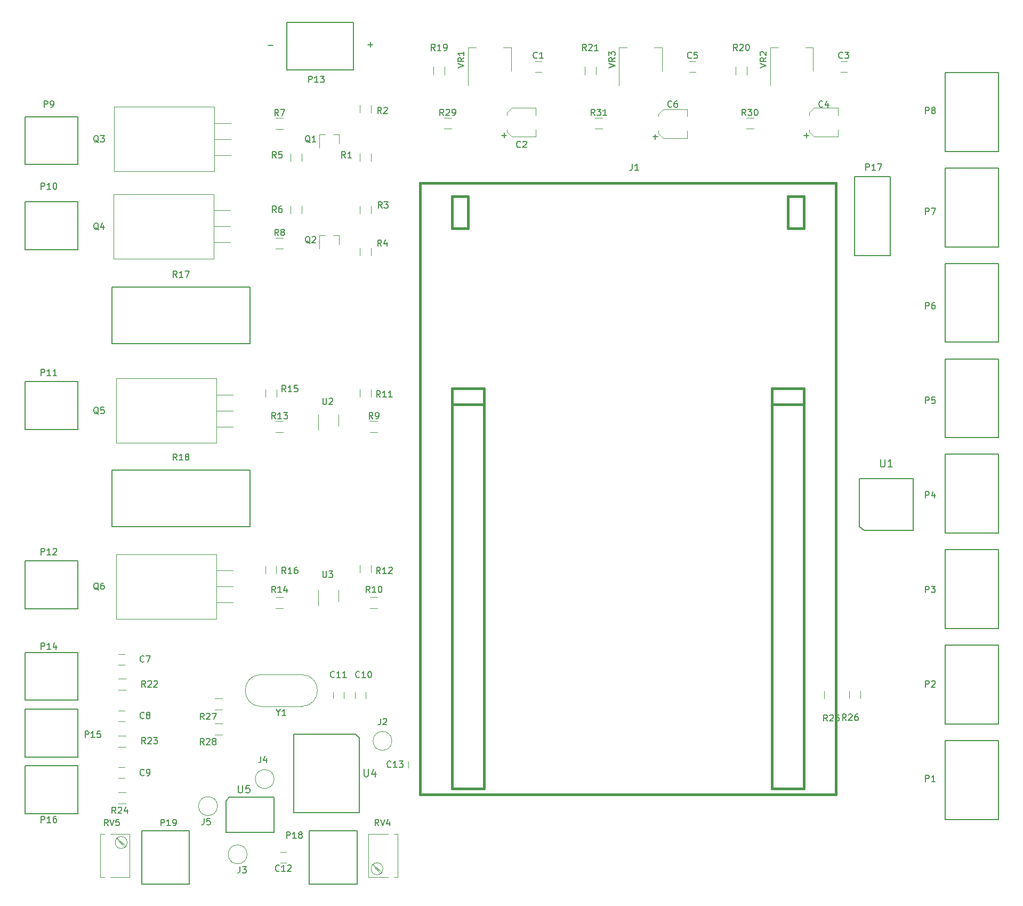
<source format=gbr>
G04 #@! TF.FileFunction,Legend,Top*
%FSLAX46Y46*%
G04 Gerber Fmt 4.6, Leading zero omitted, Abs format (unit mm)*
G04 Created by KiCad (PCBNEW 4.0.7) date 07/23/18 11:07:22*
%MOMM*%
%LPD*%
G01*
G04 APERTURE LIST*
%ADD10C,0.400000*%
%ADD11C,0.120000*%
%ADD12C,0.150000*%
%ADD13C,0.381000*%
%ADD14C,0.203200*%
G04 APERTURE END LIST*
D10*
D11*
X97590000Y-90730000D02*
X97590000Y-80490000D01*
X81700000Y-90730000D02*
X81700000Y-80490000D01*
X81700000Y-90730000D02*
X97590000Y-90730000D01*
X81700000Y-80490000D02*
X97590000Y-80490000D01*
X97590000Y-88150000D02*
X100230000Y-88150000D01*
X97590000Y-85610000D02*
X100214000Y-85610000D01*
X97590000Y-83070000D02*
X100214000Y-83070000D01*
X97600000Y-118610000D02*
X97600000Y-108370000D01*
X81710000Y-118610000D02*
X81710000Y-108370000D01*
X81710000Y-118610000D02*
X97600000Y-118610000D01*
X81710000Y-108370000D02*
X97600000Y-108370000D01*
X97600000Y-116030000D02*
X100240000Y-116030000D01*
X97600000Y-113490000D02*
X100224000Y-113490000D01*
X97600000Y-110950000D02*
X100224000Y-110950000D01*
D12*
X108790000Y-23950000D02*
X119390000Y-23950000D01*
X108790000Y-31550000D02*
X108790000Y-23950000D01*
X119390000Y-31550000D02*
X108790000Y-31550000D01*
X119390000Y-23950000D02*
X119390000Y-31550000D01*
X113790000Y-23950000D02*
X119390000Y-23950000D01*
D11*
X149250000Y-30150000D02*
X148250000Y-30150000D01*
X148250000Y-31850000D02*
X149250000Y-31850000D01*
X143800000Y-38328000D02*
X143800000Y-38728000D01*
X148380000Y-37558000D02*
X148380000Y-38728000D01*
X148380000Y-42138000D02*
X148380000Y-40968000D01*
X143800000Y-41368000D02*
X143800000Y-40968000D01*
X144570000Y-42138000D02*
X148380000Y-42138000D01*
X144570000Y-42138000D02*
X143800000Y-41368000D01*
X144570000Y-37558000D02*
X148380000Y-37558000D01*
X144570000Y-37558000D02*
X143800000Y-38328000D01*
X197750000Y-30150000D02*
X196750000Y-30150000D01*
X196750000Y-31850000D02*
X197750000Y-31850000D01*
X191800000Y-38328000D02*
X191800000Y-38728000D01*
X196380000Y-37558000D02*
X196380000Y-38728000D01*
X196380000Y-42138000D02*
X196380000Y-40968000D01*
X191800000Y-41368000D02*
X191800000Y-40968000D01*
X192570000Y-42138000D02*
X196380000Y-42138000D01*
X192570000Y-42138000D02*
X191800000Y-41368000D01*
X192570000Y-37558000D02*
X196380000Y-37558000D01*
X192570000Y-37558000D02*
X191800000Y-38328000D01*
X173750000Y-30150000D02*
X172750000Y-30150000D01*
X172750000Y-31850000D02*
X173750000Y-31850000D01*
X167800000Y-38530000D02*
X167800000Y-38930000D01*
X172380000Y-37760000D02*
X172380000Y-38930000D01*
X172380000Y-42340000D02*
X172380000Y-41170000D01*
X167800000Y-41570000D02*
X167800000Y-41170000D01*
X168570000Y-42340000D02*
X172380000Y-42340000D01*
X168570000Y-42340000D02*
X167800000Y-41570000D01*
X168570000Y-37760000D02*
X172380000Y-37760000D01*
X168570000Y-37760000D02*
X167800000Y-38530000D01*
X82040000Y-125900000D02*
X83040000Y-125900000D01*
X83040000Y-124200000D02*
X82040000Y-124200000D01*
X82040000Y-134900000D02*
X83040000Y-134900000D01*
X83040000Y-133200000D02*
X82040000Y-133200000D01*
X82040000Y-143900000D02*
X83040000Y-143900000D01*
X83040000Y-142200000D02*
X82040000Y-142200000D01*
X119650000Y-130250000D02*
X119650000Y-131250000D01*
X121350000Y-131250000D02*
X121350000Y-130250000D01*
X116150000Y-130250000D02*
X116150000Y-131250000D01*
X117850000Y-131250000D02*
X117850000Y-130250000D01*
X107750000Y-157350000D02*
X108750000Y-157350000D01*
X108750000Y-155650000D02*
X107750000Y-155650000D01*
X128150000Y-141250000D02*
X128150000Y-142250000D01*
X129850000Y-142250000D02*
X129850000Y-141250000D01*
X125500000Y-138000000D02*
G75*
G03X125500000Y-138000000I-1500000J0D01*
G01*
X102500000Y-156000000D02*
G75*
G03X102500000Y-156000000I-1500000J0D01*
G01*
X106790000Y-144050000D02*
G75*
G03X106790000Y-144050000I-1500000J0D01*
G01*
X97790000Y-148350000D02*
G75*
G03X97790000Y-148350000I-1500000J0D01*
G01*
X117130000Y-41740000D02*
X116200000Y-41740000D01*
X113970000Y-41740000D02*
X114900000Y-41740000D01*
X113970000Y-41740000D02*
X113970000Y-43900000D01*
X117130000Y-41740000D02*
X117130000Y-43200000D01*
X117130000Y-57740000D02*
X116200000Y-57740000D01*
X113970000Y-57740000D02*
X114900000Y-57740000D01*
X113970000Y-57740000D02*
X113970000Y-59900000D01*
X117130000Y-57740000D02*
X117130000Y-59200000D01*
X97260000Y-47630000D02*
X97260000Y-37390000D01*
X81370000Y-47630000D02*
X81370000Y-37390000D01*
X81370000Y-47630000D02*
X97260000Y-47630000D01*
X81370000Y-37390000D02*
X97260000Y-37390000D01*
X97260000Y-45050000D02*
X99900000Y-45050000D01*
X97260000Y-42510000D02*
X99884000Y-42510000D01*
X97260000Y-39970000D02*
X99884000Y-39970000D01*
X97170000Y-61494000D02*
X97170000Y-51254000D01*
X81280000Y-61494000D02*
X81280000Y-51254000D01*
X81280000Y-61494000D02*
X97170000Y-61494000D01*
X81280000Y-51254000D02*
X97170000Y-51254000D01*
X97170000Y-58914000D02*
X99810000Y-58914000D01*
X97170000Y-56374000D02*
X99794000Y-56374000D01*
X97170000Y-53834000D02*
X99794000Y-53834000D01*
X120410000Y-46000000D02*
X120410000Y-44800000D01*
X122170000Y-44800000D02*
X122170000Y-46000000D01*
X120410000Y-38300000D02*
X120410000Y-37100000D01*
X122170000Y-37100000D02*
X122170000Y-38300000D01*
X122170000Y-53100000D02*
X122170000Y-54300000D01*
X120410000Y-54300000D02*
X120410000Y-53100000D01*
X122170000Y-59800000D02*
X122170000Y-61000000D01*
X120410000Y-61000000D02*
X120410000Y-59800000D01*
X109410000Y-46000000D02*
X109410000Y-44800000D01*
X111170000Y-44800000D02*
X111170000Y-46000000D01*
X111170000Y-53100000D02*
X111170000Y-54300000D01*
X109410000Y-54300000D02*
X109410000Y-53100000D01*
X108240000Y-40930000D02*
X107040000Y-40930000D01*
X107040000Y-39170000D02*
X108240000Y-39170000D01*
X108240000Y-59930000D02*
X107040000Y-59930000D01*
X107040000Y-58170000D02*
X108240000Y-58170000D01*
X120410000Y-83426000D02*
X120410000Y-82226000D01*
X122170000Y-82226000D02*
X122170000Y-83426000D01*
X120410000Y-111300000D02*
X120410000Y-110100000D01*
X122170000Y-110100000D02*
X122170000Y-111300000D01*
X108240000Y-89030000D02*
X107040000Y-89030000D01*
X107040000Y-87270000D02*
X108240000Y-87270000D01*
X108240000Y-116930000D02*
X107040000Y-116930000D01*
X107040000Y-115170000D02*
X108240000Y-115170000D01*
X107170000Y-82200000D02*
X107170000Y-83400000D01*
X105410000Y-83400000D02*
X105410000Y-82200000D01*
X107154000Y-110242000D02*
X107154000Y-111442000D01*
X105394000Y-111442000D02*
X105394000Y-110242000D01*
X157880000Y-31050000D02*
X157880000Y-32250000D01*
X156120000Y-32250000D02*
X156120000Y-31050000D01*
X82040000Y-128170000D02*
X83240000Y-128170000D01*
X83240000Y-129930000D02*
X82040000Y-129930000D01*
X82040000Y-137170000D02*
X83240000Y-137170000D01*
X83240000Y-138930000D02*
X82040000Y-138930000D01*
X82040000Y-146170000D02*
X83240000Y-146170000D01*
X83240000Y-147930000D02*
X82040000Y-147930000D01*
X195880000Y-130050000D02*
X195880000Y-131250000D01*
X194120000Y-131250000D02*
X194120000Y-130050000D01*
X199880000Y-130050000D02*
X199880000Y-131250000D01*
X198120000Y-131250000D02*
X198120000Y-130050000D01*
X97340000Y-131270000D02*
X98540000Y-131270000D01*
X98540000Y-133030000D02*
X97340000Y-133030000D01*
X97340000Y-135270000D02*
X98540000Y-135270000D01*
X98540000Y-137030000D02*
X97340000Y-137030000D01*
X124080000Y-158285000D02*
G75*
G03X124080000Y-158285000I-950000J0D01*
G01*
X126420000Y-152785000D02*
X126420000Y-159615000D01*
X121800000Y-152785000D02*
X121800000Y-159615000D01*
X126420000Y-152785000D02*
X125805000Y-152785000D01*
X124875000Y-152785000D02*
X121800000Y-152785000D01*
X126420000Y-159615000D02*
X125805000Y-159615000D01*
X124875000Y-159615000D02*
X121800000Y-159615000D01*
X123734000Y-159006000D02*
X122409000Y-157681000D01*
X123850000Y-158890000D02*
X122525000Y-157565000D01*
X83450000Y-154125000D02*
G75*
G03X83450000Y-154125000I-950000J0D01*
G01*
X79210000Y-159625000D02*
X79210000Y-152795000D01*
X83830000Y-159625000D02*
X83830000Y-152795000D01*
X79210000Y-159625000D02*
X79825000Y-159625000D01*
X80755000Y-159625000D02*
X83830000Y-159625000D01*
X79210000Y-152795000D02*
X79825000Y-152795000D01*
X80755000Y-152795000D02*
X83830000Y-152795000D01*
X81896000Y-153404000D02*
X83221000Y-154729000D01*
X81780000Y-153520000D02*
X83105000Y-154845000D01*
X117000000Y-88000000D02*
X117000000Y-86200000D01*
X113780000Y-86200000D02*
X113780000Y-88650000D01*
X117000000Y-115850000D02*
X117000000Y-114050000D01*
X113780000Y-114050000D02*
X113780000Y-116500000D01*
X144410000Y-27940000D02*
X143150000Y-27940000D01*
X137590000Y-27940000D02*
X138850000Y-27940000D01*
X144410000Y-31700000D02*
X144410000Y-27940000D01*
X137590000Y-33950000D02*
X137590000Y-27940000D01*
X192410000Y-27940000D02*
X191150000Y-27940000D01*
X185590000Y-27940000D02*
X186850000Y-27940000D01*
X192410000Y-31700000D02*
X192410000Y-27940000D01*
X185590000Y-33950000D02*
X185590000Y-27940000D01*
X168410000Y-27940000D02*
X167150000Y-27940000D01*
X161590000Y-27940000D02*
X162850000Y-27940000D01*
X168410000Y-31700000D02*
X168410000Y-27940000D01*
X161590000Y-33950000D02*
X161590000Y-27940000D01*
X111140000Y-132525000D02*
X104740000Y-132525000D01*
X111140000Y-127475000D02*
X104740000Y-127475000D01*
X111140000Y-127475000D02*
G75*
G02X111140000Y-132525000I0J-2525000D01*
G01*
X104740000Y-127475000D02*
G75*
G03X104740000Y-132525000I0J-2525000D01*
G01*
X123240000Y-89030000D02*
X122040000Y-89030000D01*
X122040000Y-87270000D02*
X123240000Y-87270000D01*
X123240000Y-116930000D02*
X122040000Y-116930000D01*
X122040000Y-115170000D02*
X123240000Y-115170000D01*
X133880000Y-31050000D02*
X133880000Y-32250000D01*
X132120000Y-32250000D02*
X132120000Y-31050000D01*
X181880000Y-31050000D02*
X181880000Y-32250000D01*
X180120000Y-32250000D02*
X180120000Y-31050000D01*
D12*
X81000000Y-66000000D02*
X103000000Y-66000000D01*
X81000000Y-75000000D02*
X81000000Y-66000000D01*
X103000000Y-75000000D02*
X81000000Y-75000000D01*
X103000000Y-66000000D02*
X103000000Y-75000000D01*
X81000000Y-95000000D02*
X103000000Y-95000000D01*
X81000000Y-104000000D02*
X81000000Y-95000000D01*
X103000000Y-104000000D02*
X81000000Y-104000000D01*
X103000000Y-95000000D02*
X103000000Y-104000000D01*
X204690000Y-48500000D02*
X204690000Y-48610000D01*
X198940000Y-48500000D02*
X204690000Y-48500000D01*
X198940000Y-48500000D02*
X198940000Y-61000000D01*
X204690000Y-61000000D02*
X204690000Y-48600000D01*
X198940000Y-61000000D02*
X204690000Y-61000000D01*
X200515000Y-104575000D02*
X199745000Y-103975000D01*
X200775000Y-96375000D02*
X199745000Y-96375000D01*
X199745000Y-96375000D02*
X199745000Y-103975000D01*
X200515000Y-104575000D02*
X208290000Y-104575000D01*
X208290000Y-104575000D02*
X208290000Y-96375000D01*
X208290000Y-96375000D02*
X200740000Y-96375000D01*
X120295000Y-137525000D02*
X119695000Y-136905000D01*
X120295000Y-149345000D02*
X109895000Y-149345000D01*
X120295000Y-149345000D02*
X120295000Y-137525000D01*
X119695000Y-136905000D02*
X109895000Y-136905000D01*
X109895000Y-136905000D02*
X109895000Y-149350000D01*
X99650000Y-146900000D02*
X99130000Y-147490000D01*
X106770000Y-146900000D02*
X99650000Y-146900000D01*
X106770000Y-147900000D02*
X106770000Y-146900000D01*
X99130000Y-147490000D02*
X99130000Y-152475000D01*
X99130000Y-152475000D02*
X106770000Y-152475000D01*
X106770000Y-152475000D02*
X106770000Y-147905000D01*
X213350000Y-137949999D02*
X216060000Y-137949999D01*
X213350000Y-150449999D02*
X213350000Y-137949999D01*
X216050000Y-150449999D02*
X213350000Y-150449999D01*
X221800000Y-150449999D02*
X216050000Y-150449999D01*
X221800000Y-150449999D02*
X221800000Y-137949999D01*
X221800000Y-137949999D02*
X216050000Y-137949999D01*
X213350000Y-122807142D02*
X216060000Y-122807142D01*
X213350000Y-135307142D02*
X213350000Y-122807142D01*
X216050000Y-135307142D02*
X213350000Y-135307142D01*
X221800000Y-135307142D02*
X216050000Y-135307142D01*
X221800000Y-135307142D02*
X221800000Y-122807142D01*
X221800000Y-122807142D02*
X216050000Y-122807142D01*
X213350000Y-107664285D02*
X216060000Y-107664285D01*
X213350000Y-120164285D02*
X213350000Y-107664285D01*
X216050000Y-120164285D02*
X213350000Y-120164285D01*
X221800000Y-120164285D02*
X216050000Y-120164285D01*
X221800000Y-120164285D02*
X221800000Y-107664285D01*
X221800000Y-107664285D02*
X216050000Y-107664285D01*
X213350000Y-92521428D02*
X216060000Y-92521428D01*
X213350000Y-105021428D02*
X213350000Y-92521428D01*
X216050000Y-105021428D02*
X213350000Y-105021428D01*
X221800000Y-105021428D02*
X216050000Y-105021428D01*
X221800000Y-105021428D02*
X221800000Y-92521428D01*
X221800000Y-92521428D02*
X216050000Y-92521428D01*
X213350000Y-77378571D02*
X216060000Y-77378571D01*
X213350000Y-89878571D02*
X213350000Y-77378571D01*
X216050000Y-89878571D02*
X213350000Y-89878571D01*
X221800000Y-89878571D02*
X216050000Y-89878571D01*
X221800000Y-89878571D02*
X221800000Y-77378571D01*
X221800000Y-77378571D02*
X216050000Y-77378571D01*
X213350000Y-62235714D02*
X216060000Y-62235714D01*
X213350000Y-74735714D02*
X213350000Y-62235714D01*
X216050000Y-74735714D02*
X213350000Y-74735714D01*
X221800000Y-74735714D02*
X216050000Y-74735714D01*
X221800000Y-74735714D02*
X221800000Y-62235714D01*
X221800000Y-62235714D02*
X216050000Y-62235714D01*
X213350000Y-47092857D02*
X216060000Y-47092857D01*
X213350000Y-59592857D02*
X213350000Y-47092857D01*
X216050000Y-59592857D02*
X213350000Y-59592857D01*
X221800000Y-59592857D02*
X216050000Y-59592857D01*
X221800000Y-59592857D02*
X221800000Y-47092857D01*
X221800000Y-47092857D02*
X216050000Y-47092857D01*
X213350000Y-31950000D02*
X216060000Y-31950000D01*
X213350000Y-44450000D02*
X213350000Y-31950000D01*
X216050000Y-44450000D02*
X213350000Y-44450000D01*
X221800000Y-44450000D02*
X216050000Y-44450000D01*
X221800000Y-44450000D02*
X221800000Y-31950000D01*
X221800000Y-31950000D02*
X216050000Y-31950000D01*
X75650000Y-46550000D02*
X72940000Y-46550000D01*
X75650000Y-38950000D02*
X75650000Y-46550000D01*
X72950000Y-38950000D02*
X75650000Y-38950000D01*
X67200000Y-38950000D02*
X72950000Y-38950000D01*
X67200000Y-38950000D02*
X67200000Y-46550000D01*
X67200000Y-46550000D02*
X72950000Y-46550000D01*
X75650000Y-60050000D02*
X72940000Y-60050000D01*
X75650000Y-52450000D02*
X75650000Y-60050000D01*
X72950000Y-52450000D02*
X75650000Y-52450000D01*
X67200000Y-52450000D02*
X72950000Y-52450000D01*
X67200000Y-52450000D02*
X67200000Y-60050000D01*
X67200000Y-60050000D02*
X72950000Y-60050000D01*
X75650000Y-88550000D02*
X72940000Y-88550000D01*
X75650000Y-80950000D02*
X75650000Y-88550000D01*
X72950000Y-80950000D02*
X75650000Y-80950000D01*
X67200000Y-80950000D02*
X72950000Y-80950000D01*
X67200000Y-80950000D02*
X67200000Y-88550000D01*
X67200000Y-88550000D02*
X72950000Y-88550000D01*
X75650000Y-117050000D02*
X72940000Y-117050000D01*
X75650000Y-109450000D02*
X75650000Y-117050000D01*
X72950000Y-109450000D02*
X75650000Y-109450000D01*
X67200000Y-109450000D02*
X72950000Y-109450000D01*
X67200000Y-109450000D02*
X67200000Y-117050000D01*
X67200000Y-117050000D02*
X72950000Y-117050000D01*
X75650000Y-131550000D02*
X72940000Y-131550000D01*
X75650000Y-123950000D02*
X75650000Y-131550000D01*
X72950000Y-123950000D02*
X75650000Y-123950000D01*
X67200000Y-123950000D02*
X72950000Y-123950000D01*
X67200000Y-123950000D02*
X67200000Y-131550000D01*
X67200000Y-131550000D02*
X72950000Y-131550000D01*
X75650000Y-140550000D02*
X72940000Y-140550000D01*
X75650000Y-132950000D02*
X75650000Y-140550000D01*
X72950000Y-132950000D02*
X75650000Y-132950000D01*
X67200000Y-132950000D02*
X72950000Y-132950000D01*
X67200000Y-132950000D02*
X67200000Y-140550000D01*
X67200000Y-140550000D02*
X72950000Y-140550000D01*
X75650000Y-149550000D02*
X72940000Y-149550000D01*
X75650000Y-141950000D02*
X75650000Y-149550000D01*
X72950000Y-141950000D02*
X75650000Y-141950000D01*
X67200000Y-141950000D02*
X72950000Y-141950000D01*
X67200000Y-141950000D02*
X67200000Y-149550000D01*
X67200000Y-149550000D02*
X72950000Y-149550000D01*
X119950000Y-152250000D02*
X119950000Y-154960000D01*
X112350000Y-152250000D02*
X119950000Y-152250000D01*
X112350000Y-154950000D02*
X112350000Y-152250000D01*
X112350000Y-160700000D02*
X112350000Y-154950000D01*
X112350000Y-160700000D02*
X119950000Y-160700000D01*
X119950000Y-160700000D02*
X119950000Y-154950000D01*
X93350000Y-152250000D02*
X93350000Y-154960000D01*
X85750000Y-152250000D02*
X93350000Y-152250000D01*
X85750000Y-154950000D02*
X85750000Y-152250000D01*
X85750000Y-160700000D02*
X85750000Y-154950000D01*
X85750000Y-160700000D02*
X93350000Y-160700000D01*
X93350000Y-160700000D02*
X93350000Y-154950000D01*
D11*
X134950000Y-40880000D02*
X133750000Y-40880000D01*
X133750000Y-39120000D02*
X134950000Y-39120000D01*
X182950000Y-40880000D02*
X181750000Y-40880000D01*
X181750000Y-39120000D02*
X182950000Y-39120000D01*
X158950000Y-40880000D02*
X157750000Y-40880000D01*
X157750000Y-39120000D02*
X158950000Y-39120000D01*
D13*
X188400000Y-51580000D02*
X188400000Y-56660000D01*
X190940000Y-51580000D02*
X188400000Y-51580000D01*
X190940000Y-56660000D02*
X190940000Y-51580000D01*
X188400000Y-56660000D02*
X190940000Y-56660000D01*
X135060000Y-56660000D02*
X137600000Y-56660000D01*
X137600000Y-56660000D02*
X137600000Y-51580000D01*
X137600000Y-51580000D02*
X135060000Y-51580000D01*
X135060000Y-51580000D02*
X135060000Y-56660000D01*
X185860000Y-145560000D02*
X185860000Y-82060000D01*
X185860000Y-82060000D02*
X190940000Y-82060000D01*
X185860000Y-145560000D02*
X190940000Y-145560000D01*
X190940000Y-145560000D02*
X190940000Y-82060000D01*
X185860000Y-84611500D02*
X190940000Y-84611500D01*
X135060000Y-84611500D02*
X140140000Y-84611500D01*
X140140000Y-145560000D02*
X140140000Y-82060000D01*
X130000000Y-49510000D02*
X130000000Y-146510000D01*
X196000000Y-146510000D02*
X196000000Y-49510000D01*
X196000000Y-49510000D02*
X130000000Y-49510000D01*
X196000000Y-146510000D02*
X130000000Y-146510000D01*
X135060000Y-145560000D02*
X140140000Y-145560000D01*
X135060000Y-82060000D02*
X140140000Y-82060000D01*
X135060000Y-145560000D02*
X135060000Y-82060000D01*
D12*
X78904762Y-86157619D02*
X78809524Y-86110000D01*
X78714286Y-86014762D01*
X78571429Y-85871905D01*
X78476190Y-85824286D01*
X78380952Y-85824286D01*
X78428571Y-86062381D02*
X78333333Y-86014762D01*
X78238095Y-85919524D01*
X78190476Y-85729048D01*
X78190476Y-85395714D01*
X78238095Y-85205238D01*
X78333333Y-85110000D01*
X78428571Y-85062381D01*
X78619048Y-85062381D01*
X78714286Y-85110000D01*
X78809524Y-85205238D01*
X78857143Y-85395714D01*
X78857143Y-85729048D01*
X78809524Y-85919524D01*
X78714286Y-86014762D01*
X78619048Y-86062381D01*
X78428571Y-86062381D01*
X79761905Y-85062381D02*
X79285714Y-85062381D01*
X79238095Y-85538571D01*
X79285714Y-85490952D01*
X79380952Y-85443333D01*
X79619048Y-85443333D01*
X79714286Y-85490952D01*
X79761905Y-85538571D01*
X79809524Y-85633810D01*
X79809524Y-85871905D01*
X79761905Y-85967143D01*
X79714286Y-86014762D01*
X79619048Y-86062381D01*
X79380952Y-86062381D01*
X79285714Y-86014762D01*
X79238095Y-85967143D01*
X78904762Y-114037619D02*
X78809524Y-113990000D01*
X78714286Y-113894762D01*
X78571429Y-113751905D01*
X78476190Y-113704286D01*
X78380952Y-113704286D01*
X78428571Y-113942381D02*
X78333333Y-113894762D01*
X78238095Y-113799524D01*
X78190476Y-113609048D01*
X78190476Y-113275714D01*
X78238095Y-113085238D01*
X78333333Y-112990000D01*
X78428571Y-112942381D01*
X78619048Y-112942381D01*
X78714286Y-112990000D01*
X78809524Y-113085238D01*
X78857143Y-113275714D01*
X78857143Y-113609048D01*
X78809524Y-113799524D01*
X78714286Y-113894762D01*
X78619048Y-113942381D01*
X78428571Y-113942381D01*
X79714286Y-112942381D02*
X79523809Y-112942381D01*
X79428571Y-112990000D01*
X79380952Y-113037619D01*
X79285714Y-113180476D01*
X79238095Y-113370952D01*
X79238095Y-113751905D01*
X79285714Y-113847143D01*
X79333333Y-113894762D01*
X79428571Y-113942381D01*
X79619048Y-113942381D01*
X79714286Y-113894762D01*
X79761905Y-113847143D01*
X79809524Y-113751905D01*
X79809524Y-113513810D01*
X79761905Y-113418571D01*
X79714286Y-113370952D01*
X79619048Y-113323333D01*
X79428571Y-113323333D01*
X79333333Y-113370952D01*
X79285714Y-113418571D01*
X79238095Y-113513810D01*
X112275714Y-33502381D02*
X112275714Y-32502381D01*
X112656667Y-32502381D01*
X112751905Y-32550000D01*
X112799524Y-32597619D01*
X112847143Y-32692857D01*
X112847143Y-32835714D01*
X112799524Y-32930952D01*
X112751905Y-32978571D01*
X112656667Y-33026190D01*
X112275714Y-33026190D01*
X113799524Y-33502381D02*
X113228095Y-33502381D01*
X113513809Y-33502381D02*
X113513809Y-32502381D01*
X113418571Y-32645238D01*
X113323333Y-32740476D01*
X113228095Y-32788095D01*
X114132857Y-32502381D02*
X114751905Y-32502381D01*
X114418571Y-32883333D01*
X114561429Y-32883333D01*
X114656667Y-32930952D01*
X114704286Y-32978571D01*
X114751905Y-33073810D01*
X114751905Y-33311905D01*
X114704286Y-33407143D01*
X114656667Y-33454762D01*
X114561429Y-33502381D01*
X114275714Y-33502381D01*
X114180476Y-33454762D01*
X114132857Y-33407143D01*
X105809048Y-27621429D02*
X106570953Y-27621429D01*
X121709048Y-27521429D02*
X122470953Y-27521429D01*
X122090001Y-27902381D02*
X122090001Y-27140476D01*
X148583334Y-29607143D02*
X148535715Y-29654762D01*
X148392858Y-29702381D01*
X148297620Y-29702381D01*
X148154762Y-29654762D01*
X148059524Y-29559524D01*
X148011905Y-29464286D01*
X147964286Y-29273810D01*
X147964286Y-29130952D01*
X148011905Y-28940476D01*
X148059524Y-28845238D01*
X148154762Y-28750000D01*
X148297620Y-28702381D01*
X148392858Y-28702381D01*
X148535715Y-28750000D01*
X148583334Y-28797619D01*
X149535715Y-29702381D02*
X148964286Y-29702381D01*
X149250000Y-29702381D02*
X149250000Y-28702381D01*
X149154762Y-28845238D01*
X149059524Y-28940476D01*
X148964286Y-28988095D01*
X145923334Y-43745143D02*
X145875715Y-43792762D01*
X145732858Y-43840381D01*
X145637620Y-43840381D01*
X145494762Y-43792762D01*
X145399524Y-43697524D01*
X145351905Y-43602286D01*
X145304286Y-43411810D01*
X145304286Y-43268952D01*
X145351905Y-43078476D01*
X145399524Y-42983238D01*
X145494762Y-42888000D01*
X145637620Y-42840381D01*
X145732858Y-42840381D01*
X145875715Y-42888000D01*
X145923334Y-42935619D01*
X146304286Y-42935619D02*
X146351905Y-42888000D01*
X146447143Y-42840381D01*
X146685239Y-42840381D01*
X146780477Y-42888000D01*
X146828096Y-42935619D01*
X146875715Y-43030857D01*
X146875715Y-43126095D01*
X146828096Y-43268952D01*
X146256667Y-43840381D01*
X146875715Y-43840381D01*
X142939048Y-41929429D02*
X143700953Y-41929429D01*
X143320001Y-42310381D02*
X143320001Y-41548476D01*
X197083334Y-29607143D02*
X197035715Y-29654762D01*
X196892858Y-29702381D01*
X196797620Y-29702381D01*
X196654762Y-29654762D01*
X196559524Y-29559524D01*
X196511905Y-29464286D01*
X196464286Y-29273810D01*
X196464286Y-29130952D01*
X196511905Y-28940476D01*
X196559524Y-28845238D01*
X196654762Y-28750000D01*
X196797620Y-28702381D01*
X196892858Y-28702381D01*
X197035715Y-28750000D01*
X197083334Y-28797619D01*
X197416667Y-28702381D02*
X198035715Y-28702381D01*
X197702381Y-29083333D01*
X197845239Y-29083333D01*
X197940477Y-29130952D01*
X197988096Y-29178571D01*
X198035715Y-29273810D01*
X198035715Y-29511905D01*
X197988096Y-29607143D01*
X197940477Y-29654762D01*
X197845239Y-29702381D01*
X197559524Y-29702381D01*
X197464286Y-29654762D01*
X197416667Y-29607143D01*
X193923334Y-37357143D02*
X193875715Y-37404762D01*
X193732858Y-37452381D01*
X193637620Y-37452381D01*
X193494762Y-37404762D01*
X193399524Y-37309524D01*
X193351905Y-37214286D01*
X193304286Y-37023810D01*
X193304286Y-36880952D01*
X193351905Y-36690476D01*
X193399524Y-36595238D01*
X193494762Y-36500000D01*
X193637620Y-36452381D01*
X193732858Y-36452381D01*
X193875715Y-36500000D01*
X193923334Y-36547619D01*
X194780477Y-36785714D02*
X194780477Y-37452381D01*
X194542381Y-36404762D02*
X194304286Y-37119048D01*
X194923334Y-37119048D01*
X190939048Y-41929429D02*
X191700953Y-41929429D01*
X191320001Y-42310381D02*
X191320001Y-41548476D01*
X173083334Y-29607143D02*
X173035715Y-29654762D01*
X172892858Y-29702381D01*
X172797620Y-29702381D01*
X172654762Y-29654762D01*
X172559524Y-29559524D01*
X172511905Y-29464286D01*
X172464286Y-29273810D01*
X172464286Y-29130952D01*
X172511905Y-28940476D01*
X172559524Y-28845238D01*
X172654762Y-28750000D01*
X172797620Y-28702381D01*
X172892858Y-28702381D01*
X173035715Y-28750000D01*
X173083334Y-28797619D01*
X173988096Y-28702381D02*
X173511905Y-28702381D01*
X173464286Y-29178571D01*
X173511905Y-29130952D01*
X173607143Y-29083333D01*
X173845239Y-29083333D01*
X173940477Y-29130952D01*
X173988096Y-29178571D01*
X174035715Y-29273810D01*
X174035715Y-29511905D01*
X173988096Y-29607143D01*
X173940477Y-29654762D01*
X173845239Y-29702381D01*
X173607143Y-29702381D01*
X173511905Y-29654762D01*
X173464286Y-29607143D01*
X169923334Y-37357143D02*
X169875715Y-37404762D01*
X169732858Y-37452381D01*
X169637620Y-37452381D01*
X169494762Y-37404762D01*
X169399524Y-37309524D01*
X169351905Y-37214286D01*
X169304286Y-37023810D01*
X169304286Y-36880952D01*
X169351905Y-36690476D01*
X169399524Y-36595238D01*
X169494762Y-36500000D01*
X169637620Y-36452381D01*
X169732858Y-36452381D01*
X169875715Y-36500000D01*
X169923334Y-36547619D01*
X170780477Y-36452381D02*
X170590000Y-36452381D01*
X170494762Y-36500000D01*
X170447143Y-36547619D01*
X170351905Y-36690476D01*
X170304286Y-36880952D01*
X170304286Y-37261905D01*
X170351905Y-37357143D01*
X170399524Y-37404762D01*
X170494762Y-37452381D01*
X170685239Y-37452381D01*
X170780477Y-37404762D01*
X170828096Y-37357143D01*
X170875715Y-37261905D01*
X170875715Y-37023810D01*
X170828096Y-36928571D01*
X170780477Y-36880952D01*
X170685239Y-36833333D01*
X170494762Y-36833333D01*
X170399524Y-36880952D01*
X170351905Y-36928571D01*
X170304286Y-37023810D01*
X166939048Y-42131429D02*
X167700953Y-42131429D01*
X167320001Y-42512381D02*
X167320001Y-41750476D01*
X86123334Y-125407143D02*
X86075715Y-125454762D01*
X85932858Y-125502381D01*
X85837620Y-125502381D01*
X85694762Y-125454762D01*
X85599524Y-125359524D01*
X85551905Y-125264286D01*
X85504286Y-125073810D01*
X85504286Y-124930952D01*
X85551905Y-124740476D01*
X85599524Y-124645238D01*
X85694762Y-124550000D01*
X85837620Y-124502381D01*
X85932858Y-124502381D01*
X86075715Y-124550000D01*
X86123334Y-124597619D01*
X86456667Y-124502381D02*
X87123334Y-124502381D01*
X86694762Y-125502381D01*
X86123334Y-134357143D02*
X86075715Y-134404762D01*
X85932858Y-134452381D01*
X85837620Y-134452381D01*
X85694762Y-134404762D01*
X85599524Y-134309524D01*
X85551905Y-134214286D01*
X85504286Y-134023810D01*
X85504286Y-133880952D01*
X85551905Y-133690476D01*
X85599524Y-133595238D01*
X85694762Y-133500000D01*
X85837620Y-133452381D01*
X85932858Y-133452381D01*
X86075715Y-133500000D01*
X86123334Y-133547619D01*
X86694762Y-133880952D02*
X86599524Y-133833333D01*
X86551905Y-133785714D01*
X86504286Y-133690476D01*
X86504286Y-133642857D01*
X86551905Y-133547619D01*
X86599524Y-133500000D01*
X86694762Y-133452381D01*
X86885239Y-133452381D01*
X86980477Y-133500000D01*
X87028096Y-133547619D01*
X87075715Y-133642857D01*
X87075715Y-133690476D01*
X87028096Y-133785714D01*
X86980477Y-133833333D01*
X86885239Y-133880952D01*
X86694762Y-133880952D01*
X86599524Y-133928571D01*
X86551905Y-133976190D01*
X86504286Y-134071429D01*
X86504286Y-134261905D01*
X86551905Y-134357143D01*
X86599524Y-134404762D01*
X86694762Y-134452381D01*
X86885239Y-134452381D01*
X86980477Y-134404762D01*
X87028096Y-134357143D01*
X87075715Y-134261905D01*
X87075715Y-134071429D01*
X87028096Y-133976190D01*
X86980477Y-133928571D01*
X86885239Y-133880952D01*
X86123334Y-143407143D02*
X86075715Y-143454762D01*
X85932858Y-143502381D01*
X85837620Y-143502381D01*
X85694762Y-143454762D01*
X85599524Y-143359524D01*
X85551905Y-143264286D01*
X85504286Y-143073810D01*
X85504286Y-142930952D01*
X85551905Y-142740476D01*
X85599524Y-142645238D01*
X85694762Y-142550000D01*
X85837620Y-142502381D01*
X85932858Y-142502381D01*
X86075715Y-142550000D01*
X86123334Y-142597619D01*
X86599524Y-143502381D02*
X86790000Y-143502381D01*
X86885239Y-143454762D01*
X86932858Y-143407143D01*
X87028096Y-143264286D01*
X87075715Y-143073810D01*
X87075715Y-142692857D01*
X87028096Y-142597619D01*
X86980477Y-142550000D01*
X86885239Y-142502381D01*
X86694762Y-142502381D01*
X86599524Y-142550000D01*
X86551905Y-142597619D01*
X86504286Y-142692857D01*
X86504286Y-142930952D01*
X86551905Y-143026190D01*
X86599524Y-143073810D01*
X86694762Y-143121429D01*
X86885239Y-143121429D01*
X86980477Y-143073810D01*
X87028096Y-143026190D01*
X87075715Y-142930952D01*
X120357143Y-127857143D02*
X120309524Y-127904762D01*
X120166667Y-127952381D01*
X120071429Y-127952381D01*
X119928571Y-127904762D01*
X119833333Y-127809524D01*
X119785714Y-127714286D01*
X119738095Y-127523810D01*
X119738095Y-127380952D01*
X119785714Y-127190476D01*
X119833333Y-127095238D01*
X119928571Y-127000000D01*
X120071429Y-126952381D01*
X120166667Y-126952381D01*
X120309524Y-127000000D01*
X120357143Y-127047619D01*
X121309524Y-127952381D02*
X120738095Y-127952381D01*
X121023809Y-127952381D02*
X121023809Y-126952381D01*
X120928571Y-127095238D01*
X120833333Y-127190476D01*
X120738095Y-127238095D01*
X121928571Y-126952381D02*
X122023810Y-126952381D01*
X122119048Y-127000000D01*
X122166667Y-127047619D01*
X122214286Y-127142857D01*
X122261905Y-127333333D01*
X122261905Y-127571429D01*
X122214286Y-127761905D01*
X122166667Y-127857143D01*
X122119048Y-127904762D01*
X122023810Y-127952381D01*
X121928571Y-127952381D01*
X121833333Y-127904762D01*
X121785714Y-127857143D01*
X121738095Y-127761905D01*
X121690476Y-127571429D01*
X121690476Y-127333333D01*
X121738095Y-127142857D01*
X121785714Y-127047619D01*
X121833333Y-127000000D01*
X121928571Y-126952381D01*
X116357143Y-127857143D02*
X116309524Y-127904762D01*
X116166667Y-127952381D01*
X116071429Y-127952381D01*
X115928571Y-127904762D01*
X115833333Y-127809524D01*
X115785714Y-127714286D01*
X115738095Y-127523810D01*
X115738095Y-127380952D01*
X115785714Y-127190476D01*
X115833333Y-127095238D01*
X115928571Y-127000000D01*
X116071429Y-126952381D01*
X116166667Y-126952381D01*
X116309524Y-127000000D01*
X116357143Y-127047619D01*
X117309524Y-127952381D02*
X116738095Y-127952381D01*
X117023809Y-127952381D02*
X117023809Y-126952381D01*
X116928571Y-127095238D01*
X116833333Y-127190476D01*
X116738095Y-127238095D01*
X118261905Y-127952381D02*
X117690476Y-127952381D01*
X117976190Y-127952381D02*
X117976190Y-126952381D01*
X117880952Y-127095238D01*
X117785714Y-127190476D01*
X117690476Y-127238095D01*
X107607143Y-158607143D02*
X107559524Y-158654762D01*
X107416667Y-158702381D01*
X107321429Y-158702381D01*
X107178571Y-158654762D01*
X107083333Y-158559524D01*
X107035714Y-158464286D01*
X106988095Y-158273810D01*
X106988095Y-158130952D01*
X107035714Y-157940476D01*
X107083333Y-157845238D01*
X107178571Y-157750000D01*
X107321429Y-157702381D01*
X107416667Y-157702381D01*
X107559524Y-157750000D01*
X107607143Y-157797619D01*
X108559524Y-158702381D02*
X107988095Y-158702381D01*
X108273809Y-158702381D02*
X108273809Y-157702381D01*
X108178571Y-157845238D01*
X108083333Y-157940476D01*
X107988095Y-157988095D01*
X108940476Y-157797619D02*
X108988095Y-157750000D01*
X109083333Y-157702381D01*
X109321429Y-157702381D01*
X109416667Y-157750000D01*
X109464286Y-157797619D01*
X109511905Y-157892857D01*
X109511905Y-157988095D01*
X109464286Y-158130952D01*
X108892857Y-158702381D01*
X109511905Y-158702381D01*
X125357143Y-142107143D02*
X125309524Y-142154762D01*
X125166667Y-142202381D01*
X125071429Y-142202381D01*
X124928571Y-142154762D01*
X124833333Y-142059524D01*
X124785714Y-141964286D01*
X124738095Y-141773810D01*
X124738095Y-141630952D01*
X124785714Y-141440476D01*
X124833333Y-141345238D01*
X124928571Y-141250000D01*
X125071429Y-141202381D01*
X125166667Y-141202381D01*
X125309524Y-141250000D01*
X125357143Y-141297619D01*
X126309524Y-142202381D02*
X125738095Y-142202381D01*
X126023809Y-142202381D02*
X126023809Y-141202381D01*
X125928571Y-141345238D01*
X125833333Y-141440476D01*
X125738095Y-141488095D01*
X126642857Y-141202381D02*
X127261905Y-141202381D01*
X126928571Y-141583333D01*
X127071429Y-141583333D01*
X127166667Y-141630952D01*
X127214286Y-141678571D01*
X127261905Y-141773810D01*
X127261905Y-142011905D01*
X127214286Y-142107143D01*
X127166667Y-142154762D01*
X127071429Y-142202381D01*
X126785714Y-142202381D01*
X126690476Y-142154762D01*
X126642857Y-142107143D01*
X123666667Y-134452381D02*
X123666667Y-135166667D01*
X123619047Y-135309524D01*
X123523809Y-135404762D01*
X123380952Y-135452381D01*
X123285714Y-135452381D01*
X124095238Y-134547619D02*
X124142857Y-134500000D01*
X124238095Y-134452381D01*
X124476191Y-134452381D01*
X124571429Y-134500000D01*
X124619048Y-134547619D01*
X124666667Y-134642857D01*
X124666667Y-134738095D01*
X124619048Y-134880952D01*
X124047619Y-135452381D01*
X124666667Y-135452381D01*
X101366667Y-157952381D02*
X101366667Y-158666667D01*
X101319047Y-158809524D01*
X101223809Y-158904762D01*
X101080952Y-158952381D01*
X100985714Y-158952381D01*
X101747619Y-157952381D02*
X102366667Y-157952381D01*
X102033333Y-158333333D01*
X102176191Y-158333333D01*
X102271429Y-158380952D01*
X102319048Y-158428571D01*
X102366667Y-158523810D01*
X102366667Y-158761905D01*
X102319048Y-158857143D01*
X102271429Y-158904762D01*
X102176191Y-158952381D01*
X101890476Y-158952381D01*
X101795238Y-158904762D01*
X101747619Y-158857143D01*
X104666667Y-140452381D02*
X104666667Y-141166667D01*
X104619047Y-141309524D01*
X104523809Y-141404762D01*
X104380952Y-141452381D01*
X104285714Y-141452381D01*
X105571429Y-140785714D02*
X105571429Y-141452381D01*
X105333333Y-140404762D02*
X105095238Y-141119048D01*
X105714286Y-141119048D01*
X95666667Y-150302381D02*
X95666667Y-151016667D01*
X95619047Y-151159524D01*
X95523809Y-151254762D01*
X95380952Y-151302381D01*
X95285714Y-151302381D01*
X96619048Y-150302381D02*
X96142857Y-150302381D01*
X96095238Y-150778571D01*
X96142857Y-150730952D01*
X96238095Y-150683333D01*
X96476191Y-150683333D01*
X96571429Y-150730952D01*
X96619048Y-150778571D01*
X96666667Y-150873810D01*
X96666667Y-151111905D01*
X96619048Y-151207143D01*
X96571429Y-151254762D01*
X96476191Y-151302381D01*
X96238095Y-151302381D01*
X96142857Y-151254762D01*
X96095238Y-151207143D01*
X112504762Y-43047619D02*
X112409524Y-43000000D01*
X112314286Y-42904762D01*
X112171429Y-42761905D01*
X112076190Y-42714286D01*
X111980952Y-42714286D01*
X112028571Y-42952381D02*
X111933333Y-42904762D01*
X111838095Y-42809524D01*
X111790476Y-42619048D01*
X111790476Y-42285714D01*
X111838095Y-42095238D01*
X111933333Y-42000000D01*
X112028571Y-41952381D01*
X112219048Y-41952381D01*
X112314286Y-42000000D01*
X112409524Y-42095238D01*
X112457143Y-42285714D01*
X112457143Y-42619048D01*
X112409524Y-42809524D01*
X112314286Y-42904762D01*
X112219048Y-42952381D01*
X112028571Y-42952381D01*
X113409524Y-42952381D02*
X112838095Y-42952381D01*
X113123809Y-42952381D02*
X113123809Y-41952381D01*
X113028571Y-42095238D01*
X112933333Y-42190476D01*
X112838095Y-42238095D01*
X112504762Y-59047619D02*
X112409524Y-59000000D01*
X112314286Y-58904762D01*
X112171429Y-58761905D01*
X112076190Y-58714286D01*
X111980952Y-58714286D01*
X112028571Y-58952381D02*
X111933333Y-58904762D01*
X111838095Y-58809524D01*
X111790476Y-58619048D01*
X111790476Y-58285714D01*
X111838095Y-58095238D01*
X111933333Y-58000000D01*
X112028571Y-57952381D01*
X112219048Y-57952381D01*
X112314286Y-58000000D01*
X112409524Y-58095238D01*
X112457143Y-58285714D01*
X112457143Y-58619048D01*
X112409524Y-58809524D01*
X112314286Y-58904762D01*
X112219048Y-58952381D01*
X112028571Y-58952381D01*
X112838095Y-58047619D02*
X112885714Y-58000000D01*
X112980952Y-57952381D01*
X113219048Y-57952381D01*
X113314286Y-58000000D01*
X113361905Y-58047619D01*
X113409524Y-58142857D01*
X113409524Y-58238095D01*
X113361905Y-58380952D01*
X112790476Y-58952381D01*
X113409524Y-58952381D01*
X78904762Y-43057619D02*
X78809524Y-43010000D01*
X78714286Y-42914762D01*
X78571429Y-42771905D01*
X78476190Y-42724286D01*
X78380952Y-42724286D01*
X78428571Y-42962381D02*
X78333333Y-42914762D01*
X78238095Y-42819524D01*
X78190476Y-42629048D01*
X78190476Y-42295714D01*
X78238095Y-42105238D01*
X78333333Y-42010000D01*
X78428571Y-41962381D01*
X78619048Y-41962381D01*
X78714286Y-42010000D01*
X78809524Y-42105238D01*
X78857143Y-42295714D01*
X78857143Y-42629048D01*
X78809524Y-42819524D01*
X78714286Y-42914762D01*
X78619048Y-42962381D01*
X78428571Y-42962381D01*
X79190476Y-41962381D02*
X79809524Y-41962381D01*
X79476190Y-42343333D01*
X79619048Y-42343333D01*
X79714286Y-42390952D01*
X79761905Y-42438571D01*
X79809524Y-42533810D01*
X79809524Y-42771905D01*
X79761905Y-42867143D01*
X79714286Y-42914762D01*
X79619048Y-42962381D01*
X79333333Y-42962381D01*
X79238095Y-42914762D01*
X79190476Y-42867143D01*
X78904762Y-56921619D02*
X78809524Y-56874000D01*
X78714286Y-56778762D01*
X78571429Y-56635905D01*
X78476190Y-56588286D01*
X78380952Y-56588286D01*
X78428571Y-56826381D02*
X78333333Y-56778762D01*
X78238095Y-56683524D01*
X78190476Y-56493048D01*
X78190476Y-56159714D01*
X78238095Y-55969238D01*
X78333333Y-55874000D01*
X78428571Y-55826381D01*
X78619048Y-55826381D01*
X78714286Y-55874000D01*
X78809524Y-55969238D01*
X78857143Y-56159714D01*
X78857143Y-56493048D01*
X78809524Y-56683524D01*
X78714286Y-56778762D01*
X78619048Y-56826381D01*
X78428571Y-56826381D01*
X79714286Y-56159714D02*
X79714286Y-56826381D01*
X79476190Y-55778762D02*
X79238095Y-56493048D01*
X79857143Y-56493048D01*
X118123334Y-45502381D02*
X117790000Y-45026190D01*
X117551905Y-45502381D02*
X117551905Y-44502381D01*
X117932858Y-44502381D01*
X118028096Y-44550000D01*
X118075715Y-44597619D01*
X118123334Y-44692857D01*
X118123334Y-44835714D01*
X118075715Y-44930952D01*
X118028096Y-44978571D01*
X117932858Y-45026190D01*
X117551905Y-45026190D01*
X119075715Y-45502381D02*
X118504286Y-45502381D01*
X118790000Y-45502381D02*
X118790000Y-44502381D01*
X118694762Y-44645238D01*
X118599524Y-44740476D01*
X118504286Y-44788095D01*
X123833334Y-38452381D02*
X123500000Y-37976190D01*
X123261905Y-38452381D02*
X123261905Y-37452381D01*
X123642858Y-37452381D01*
X123738096Y-37500000D01*
X123785715Y-37547619D01*
X123833334Y-37642857D01*
X123833334Y-37785714D01*
X123785715Y-37880952D01*
X123738096Y-37928571D01*
X123642858Y-37976190D01*
X123261905Y-37976190D01*
X124214286Y-37547619D02*
X124261905Y-37500000D01*
X124357143Y-37452381D01*
X124595239Y-37452381D01*
X124690477Y-37500000D01*
X124738096Y-37547619D01*
X124785715Y-37642857D01*
X124785715Y-37738095D01*
X124738096Y-37880952D01*
X124166667Y-38452381D01*
X124785715Y-38452381D01*
X123923334Y-53452381D02*
X123590000Y-52976190D01*
X123351905Y-53452381D02*
X123351905Y-52452381D01*
X123732858Y-52452381D01*
X123828096Y-52500000D01*
X123875715Y-52547619D01*
X123923334Y-52642857D01*
X123923334Y-52785714D01*
X123875715Y-52880952D01*
X123828096Y-52928571D01*
X123732858Y-52976190D01*
X123351905Y-52976190D01*
X124256667Y-52452381D02*
X124875715Y-52452381D01*
X124542381Y-52833333D01*
X124685239Y-52833333D01*
X124780477Y-52880952D01*
X124828096Y-52928571D01*
X124875715Y-53023810D01*
X124875715Y-53261905D01*
X124828096Y-53357143D01*
X124780477Y-53404762D01*
X124685239Y-53452381D01*
X124399524Y-53452381D01*
X124304286Y-53404762D01*
X124256667Y-53357143D01*
X123833334Y-59502381D02*
X123500000Y-59026190D01*
X123261905Y-59502381D02*
X123261905Y-58502381D01*
X123642858Y-58502381D01*
X123738096Y-58550000D01*
X123785715Y-58597619D01*
X123833334Y-58692857D01*
X123833334Y-58835714D01*
X123785715Y-58930952D01*
X123738096Y-58978571D01*
X123642858Y-59026190D01*
X123261905Y-59026190D01*
X124690477Y-58835714D02*
X124690477Y-59502381D01*
X124452381Y-58454762D02*
X124214286Y-59169048D01*
X124833334Y-59169048D01*
X107123334Y-45502381D02*
X106790000Y-45026190D01*
X106551905Y-45502381D02*
X106551905Y-44502381D01*
X106932858Y-44502381D01*
X107028096Y-44550000D01*
X107075715Y-44597619D01*
X107123334Y-44692857D01*
X107123334Y-44835714D01*
X107075715Y-44930952D01*
X107028096Y-44978571D01*
X106932858Y-45026190D01*
X106551905Y-45026190D01*
X108028096Y-44502381D02*
X107551905Y-44502381D01*
X107504286Y-44978571D01*
X107551905Y-44930952D01*
X107647143Y-44883333D01*
X107885239Y-44883333D01*
X107980477Y-44930952D01*
X108028096Y-44978571D01*
X108075715Y-45073810D01*
X108075715Y-45311905D01*
X108028096Y-45407143D01*
X107980477Y-45454762D01*
X107885239Y-45502381D01*
X107647143Y-45502381D01*
X107551905Y-45454762D01*
X107504286Y-45407143D01*
X107123334Y-54152381D02*
X106790000Y-53676190D01*
X106551905Y-54152381D02*
X106551905Y-53152381D01*
X106932858Y-53152381D01*
X107028096Y-53200000D01*
X107075715Y-53247619D01*
X107123334Y-53342857D01*
X107123334Y-53485714D01*
X107075715Y-53580952D01*
X107028096Y-53628571D01*
X106932858Y-53676190D01*
X106551905Y-53676190D01*
X107980477Y-53152381D02*
X107790000Y-53152381D01*
X107694762Y-53200000D01*
X107647143Y-53247619D01*
X107551905Y-53390476D01*
X107504286Y-53580952D01*
X107504286Y-53961905D01*
X107551905Y-54057143D01*
X107599524Y-54104762D01*
X107694762Y-54152381D01*
X107885239Y-54152381D01*
X107980477Y-54104762D01*
X108028096Y-54057143D01*
X108075715Y-53961905D01*
X108075715Y-53723810D01*
X108028096Y-53628571D01*
X107980477Y-53580952D01*
X107885239Y-53533333D01*
X107694762Y-53533333D01*
X107599524Y-53580952D01*
X107551905Y-53628571D01*
X107504286Y-53723810D01*
X107473334Y-38802381D02*
X107140000Y-38326190D01*
X106901905Y-38802381D02*
X106901905Y-37802381D01*
X107282858Y-37802381D01*
X107378096Y-37850000D01*
X107425715Y-37897619D01*
X107473334Y-37992857D01*
X107473334Y-38135714D01*
X107425715Y-38230952D01*
X107378096Y-38278571D01*
X107282858Y-38326190D01*
X106901905Y-38326190D01*
X107806667Y-37802381D02*
X108473334Y-37802381D01*
X108044762Y-38802381D01*
X107473334Y-57802381D02*
X107140000Y-57326190D01*
X106901905Y-57802381D02*
X106901905Y-56802381D01*
X107282858Y-56802381D01*
X107378096Y-56850000D01*
X107425715Y-56897619D01*
X107473334Y-56992857D01*
X107473334Y-57135714D01*
X107425715Y-57230952D01*
X107378096Y-57278571D01*
X107282858Y-57326190D01*
X106901905Y-57326190D01*
X108044762Y-57230952D02*
X107949524Y-57183333D01*
X107901905Y-57135714D01*
X107854286Y-57040476D01*
X107854286Y-56992857D01*
X107901905Y-56897619D01*
X107949524Y-56850000D01*
X108044762Y-56802381D01*
X108235239Y-56802381D01*
X108330477Y-56850000D01*
X108378096Y-56897619D01*
X108425715Y-56992857D01*
X108425715Y-57040476D01*
X108378096Y-57135714D01*
X108330477Y-57183333D01*
X108235239Y-57230952D01*
X108044762Y-57230952D01*
X107949524Y-57278571D01*
X107901905Y-57326190D01*
X107854286Y-57421429D01*
X107854286Y-57611905D01*
X107901905Y-57707143D01*
X107949524Y-57754762D01*
X108044762Y-57802381D01*
X108235239Y-57802381D01*
X108330477Y-57754762D01*
X108378096Y-57707143D01*
X108425715Y-57611905D01*
X108425715Y-57421429D01*
X108378096Y-57326190D01*
X108330477Y-57278571D01*
X108235239Y-57230952D01*
X123647143Y-83452381D02*
X123313809Y-82976190D01*
X123075714Y-83452381D02*
X123075714Y-82452381D01*
X123456667Y-82452381D01*
X123551905Y-82500000D01*
X123599524Y-82547619D01*
X123647143Y-82642857D01*
X123647143Y-82785714D01*
X123599524Y-82880952D01*
X123551905Y-82928571D01*
X123456667Y-82976190D01*
X123075714Y-82976190D01*
X124599524Y-83452381D02*
X124028095Y-83452381D01*
X124313809Y-83452381D02*
X124313809Y-82452381D01*
X124218571Y-82595238D01*
X124123333Y-82690476D01*
X124028095Y-82738095D01*
X125551905Y-83452381D02*
X124980476Y-83452381D01*
X125266190Y-83452381D02*
X125266190Y-82452381D01*
X125170952Y-82595238D01*
X125075714Y-82690476D01*
X124980476Y-82738095D01*
X123647143Y-111452381D02*
X123313809Y-110976190D01*
X123075714Y-111452381D02*
X123075714Y-110452381D01*
X123456667Y-110452381D01*
X123551905Y-110500000D01*
X123599524Y-110547619D01*
X123647143Y-110642857D01*
X123647143Y-110785714D01*
X123599524Y-110880952D01*
X123551905Y-110928571D01*
X123456667Y-110976190D01*
X123075714Y-110976190D01*
X124599524Y-111452381D02*
X124028095Y-111452381D01*
X124313809Y-111452381D02*
X124313809Y-110452381D01*
X124218571Y-110595238D01*
X124123333Y-110690476D01*
X124028095Y-110738095D01*
X124980476Y-110547619D02*
X125028095Y-110500000D01*
X125123333Y-110452381D01*
X125361429Y-110452381D01*
X125456667Y-110500000D01*
X125504286Y-110547619D01*
X125551905Y-110642857D01*
X125551905Y-110738095D01*
X125504286Y-110880952D01*
X124932857Y-111452381D01*
X125551905Y-111452381D01*
X106997143Y-86902381D02*
X106663809Y-86426190D01*
X106425714Y-86902381D02*
X106425714Y-85902381D01*
X106806667Y-85902381D01*
X106901905Y-85950000D01*
X106949524Y-85997619D01*
X106997143Y-86092857D01*
X106997143Y-86235714D01*
X106949524Y-86330952D01*
X106901905Y-86378571D01*
X106806667Y-86426190D01*
X106425714Y-86426190D01*
X107949524Y-86902381D02*
X107378095Y-86902381D01*
X107663809Y-86902381D02*
X107663809Y-85902381D01*
X107568571Y-86045238D01*
X107473333Y-86140476D01*
X107378095Y-86188095D01*
X108282857Y-85902381D02*
X108901905Y-85902381D01*
X108568571Y-86283333D01*
X108711429Y-86283333D01*
X108806667Y-86330952D01*
X108854286Y-86378571D01*
X108901905Y-86473810D01*
X108901905Y-86711905D01*
X108854286Y-86807143D01*
X108806667Y-86854762D01*
X108711429Y-86902381D01*
X108425714Y-86902381D01*
X108330476Y-86854762D01*
X108282857Y-86807143D01*
X106997143Y-114452381D02*
X106663809Y-113976190D01*
X106425714Y-114452381D02*
X106425714Y-113452381D01*
X106806667Y-113452381D01*
X106901905Y-113500000D01*
X106949524Y-113547619D01*
X106997143Y-113642857D01*
X106997143Y-113785714D01*
X106949524Y-113880952D01*
X106901905Y-113928571D01*
X106806667Y-113976190D01*
X106425714Y-113976190D01*
X107949524Y-114452381D02*
X107378095Y-114452381D01*
X107663809Y-114452381D02*
X107663809Y-113452381D01*
X107568571Y-113595238D01*
X107473333Y-113690476D01*
X107378095Y-113738095D01*
X108806667Y-113785714D02*
X108806667Y-114452381D01*
X108568571Y-113404762D02*
X108330476Y-114119048D01*
X108949524Y-114119048D01*
X108647143Y-82602381D02*
X108313809Y-82126190D01*
X108075714Y-82602381D02*
X108075714Y-81602381D01*
X108456667Y-81602381D01*
X108551905Y-81650000D01*
X108599524Y-81697619D01*
X108647143Y-81792857D01*
X108647143Y-81935714D01*
X108599524Y-82030952D01*
X108551905Y-82078571D01*
X108456667Y-82126190D01*
X108075714Y-82126190D01*
X109599524Y-82602381D02*
X109028095Y-82602381D01*
X109313809Y-82602381D02*
X109313809Y-81602381D01*
X109218571Y-81745238D01*
X109123333Y-81840476D01*
X109028095Y-81888095D01*
X110504286Y-81602381D02*
X110028095Y-81602381D01*
X109980476Y-82078571D01*
X110028095Y-82030952D01*
X110123333Y-81983333D01*
X110361429Y-81983333D01*
X110456667Y-82030952D01*
X110504286Y-82078571D01*
X110551905Y-82173810D01*
X110551905Y-82411905D01*
X110504286Y-82507143D01*
X110456667Y-82554762D01*
X110361429Y-82602381D01*
X110123333Y-82602381D01*
X110028095Y-82554762D01*
X109980476Y-82507143D01*
X108647143Y-111452381D02*
X108313809Y-110976190D01*
X108075714Y-111452381D02*
X108075714Y-110452381D01*
X108456667Y-110452381D01*
X108551905Y-110500000D01*
X108599524Y-110547619D01*
X108647143Y-110642857D01*
X108647143Y-110785714D01*
X108599524Y-110880952D01*
X108551905Y-110928571D01*
X108456667Y-110976190D01*
X108075714Y-110976190D01*
X109599524Y-111452381D02*
X109028095Y-111452381D01*
X109313809Y-111452381D02*
X109313809Y-110452381D01*
X109218571Y-110595238D01*
X109123333Y-110690476D01*
X109028095Y-110738095D01*
X110456667Y-110452381D02*
X110266190Y-110452381D01*
X110170952Y-110500000D01*
X110123333Y-110547619D01*
X110028095Y-110690476D01*
X109980476Y-110880952D01*
X109980476Y-111261905D01*
X110028095Y-111357143D01*
X110075714Y-111404762D01*
X110170952Y-111452381D01*
X110361429Y-111452381D01*
X110456667Y-111404762D01*
X110504286Y-111357143D01*
X110551905Y-111261905D01*
X110551905Y-111023810D01*
X110504286Y-110928571D01*
X110456667Y-110880952D01*
X110361429Y-110833333D01*
X110170952Y-110833333D01*
X110075714Y-110880952D01*
X110028095Y-110928571D01*
X109980476Y-111023810D01*
X156357143Y-28452381D02*
X156023809Y-27976190D01*
X155785714Y-28452381D02*
X155785714Y-27452381D01*
X156166667Y-27452381D01*
X156261905Y-27500000D01*
X156309524Y-27547619D01*
X156357143Y-27642857D01*
X156357143Y-27785714D01*
X156309524Y-27880952D01*
X156261905Y-27928571D01*
X156166667Y-27976190D01*
X155785714Y-27976190D01*
X156738095Y-27547619D02*
X156785714Y-27500000D01*
X156880952Y-27452381D01*
X157119048Y-27452381D01*
X157214286Y-27500000D01*
X157261905Y-27547619D01*
X157309524Y-27642857D01*
X157309524Y-27738095D01*
X157261905Y-27880952D01*
X156690476Y-28452381D01*
X157309524Y-28452381D01*
X158261905Y-28452381D02*
X157690476Y-28452381D01*
X157976190Y-28452381D02*
X157976190Y-27452381D01*
X157880952Y-27595238D01*
X157785714Y-27690476D01*
X157690476Y-27738095D01*
X86357143Y-129452381D02*
X86023809Y-128976190D01*
X85785714Y-129452381D02*
X85785714Y-128452381D01*
X86166667Y-128452381D01*
X86261905Y-128500000D01*
X86309524Y-128547619D01*
X86357143Y-128642857D01*
X86357143Y-128785714D01*
X86309524Y-128880952D01*
X86261905Y-128928571D01*
X86166667Y-128976190D01*
X85785714Y-128976190D01*
X86738095Y-128547619D02*
X86785714Y-128500000D01*
X86880952Y-128452381D01*
X87119048Y-128452381D01*
X87214286Y-128500000D01*
X87261905Y-128547619D01*
X87309524Y-128642857D01*
X87309524Y-128738095D01*
X87261905Y-128880952D01*
X86690476Y-129452381D01*
X87309524Y-129452381D01*
X87690476Y-128547619D02*
X87738095Y-128500000D01*
X87833333Y-128452381D01*
X88071429Y-128452381D01*
X88166667Y-128500000D01*
X88214286Y-128547619D01*
X88261905Y-128642857D01*
X88261905Y-128738095D01*
X88214286Y-128880952D01*
X87642857Y-129452381D01*
X88261905Y-129452381D01*
X86357143Y-138452381D02*
X86023809Y-137976190D01*
X85785714Y-138452381D02*
X85785714Y-137452381D01*
X86166667Y-137452381D01*
X86261905Y-137500000D01*
X86309524Y-137547619D01*
X86357143Y-137642857D01*
X86357143Y-137785714D01*
X86309524Y-137880952D01*
X86261905Y-137928571D01*
X86166667Y-137976190D01*
X85785714Y-137976190D01*
X86738095Y-137547619D02*
X86785714Y-137500000D01*
X86880952Y-137452381D01*
X87119048Y-137452381D01*
X87214286Y-137500000D01*
X87261905Y-137547619D01*
X87309524Y-137642857D01*
X87309524Y-137738095D01*
X87261905Y-137880952D01*
X86690476Y-138452381D01*
X87309524Y-138452381D01*
X87642857Y-137452381D02*
X88261905Y-137452381D01*
X87928571Y-137833333D01*
X88071429Y-137833333D01*
X88166667Y-137880952D01*
X88214286Y-137928571D01*
X88261905Y-138023810D01*
X88261905Y-138261905D01*
X88214286Y-138357143D01*
X88166667Y-138404762D01*
X88071429Y-138452381D01*
X87785714Y-138452381D01*
X87690476Y-138404762D01*
X87642857Y-138357143D01*
X81647143Y-149502381D02*
X81313809Y-149026190D01*
X81075714Y-149502381D02*
X81075714Y-148502381D01*
X81456667Y-148502381D01*
X81551905Y-148550000D01*
X81599524Y-148597619D01*
X81647143Y-148692857D01*
X81647143Y-148835714D01*
X81599524Y-148930952D01*
X81551905Y-148978571D01*
X81456667Y-149026190D01*
X81075714Y-149026190D01*
X82028095Y-148597619D02*
X82075714Y-148550000D01*
X82170952Y-148502381D01*
X82409048Y-148502381D01*
X82504286Y-148550000D01*
X82551905Y-148597619D01*
X82599524Y-148692857D01*
X82599524Y-148788095D01*
X82551905Y-148930952D01*
X81980476Y-149502381D01*
X82599524Y-149502381D01*
X83456667Y-148835714D02*
X83456667Y-149502381D01*
X83218571Y-148454762D02*
X82980476Y-149169048D01*
X83599524Y-149169048D01*
X194657143Y-134852381D02*
X194323809Y-134376190D01*
X194085714Y-134852381D02*
X194085714Y-133852381D01*
X194466667Y-133852381D01*
X194561905Y-133900000D01*
X194609524Y-133947619D01*
X194657143Y-134042857D01*
X194657143Y-134185714D01*
X194609524Y-134280952D01*
X194561905Y-134328571D01*
X194466667Y-134376190D01*
X194085714Y-134376190D01*
X195038095Y-133947619D02*
X195085714Y-133900000D01*
X195180952Y-133852381D01*
X195419048Y-133852381D01*
X195514286Y-133900000D01*
X195561905Y-133947619D01*
X195609524Y-134042857D01*
X195609524Y-134138095D01*
X195561905Y-134280952D01*
X194990476Y-134852381D01*
X195609524Y-134852381D01*
X196514286Y-133852381D02*
X196038095Y-133852381D01*
X195990476Y-134328571D01*
X196038095Y-134280952D01*
X196133333Y-134233333D01*
X196371429Y-134233333D01*
X196466667Y-134280952D01*
X196514286Y-134328571D01*
X196561905Y-134423810D01*
X196561905Y-134661905D01*
X196514286Y-134757143D01*
X196466667Y-134804762D01*
X196371429Y-134852381D01*
X196133333Y-134852381D01*
X196038095Y-134804762D01*
X195990476Y-134757143D01*
X197657143Y-134752381D02*
X197323809Y-134276190D01*
X197085714Y-134752381D02*
X197085714Y-133752381D01*
X197466667Y-133752381D01*
X197561905Y-133800000D01*
X197609524Y-133847619D01*
X197657143Y-133942857D01*
X197657143Y-134085714D01*
X197609524Y-134180952D01*
X197561905Y-134228571D01*
X197466667Y-134276190D01*
X197085714Y-134276190D01*
X198038095Y-133847619D02*
X198085714Y-133800000D01*
X198180952Y-133752381D01*
X198419048Y-133752381D01*
X198514286Y-133800000D01*
X198561905Y-133847619D01*
X198609524Y-133942857D01*
X198609524Y-134038095D01*
X198561905Y-134180952D01*
X197990476Y-134752381D01*
X198609524Y-134752381D01*
X199466667Y-133752381D02*
X199276190Y-133752381D01*
X199180952Y-133800000D01*
X199133333Y-133847619D01*
X199038095Y-133990476D01*
X198990476Y-134180952D01*
X198990476Y-134561905D01*
X199038095Y-134657143D01*
X199085714Y-134704762D01*
X199180952Y-134752381D01*
X199371429Y-134752381D01*
X199466667Y-134704762D01*
X199514286Y-134657143D01*
X199561905Y-134561905D01*
X199561905Y-134323810D01*
X199514286Y-134228571D01*
X199466667Y-134180952D01*
X199371429Y-134133333D01*
X199180952Y-134133333D01*
X199085714Y-134180952D01*
X199038095Y-134228571D01*
X198990476Y-134323810D01*
X95647143Y-134602381D02*
X95313809Y-134126190D01*
X95075714Y-134602381D02*
X95075714Y-133602381D01*
X95456667Y-133602381D01*
X95551905Y-133650000D01*
X95599524Y-133697619D01*
X95647143Y-133792857D01*
X95647143Y-133935714D01*
X95599524Y-134030952D01*
X95551905Y-134078571D01*
X95456667Y-134126190D01*
X95075714Y-134126190D01*
X96028095Y-133697619D02*
X96075714Y-133650000D01*
X96170952Y-133602381D01*
X96409048Y-133602381D01*
X96504286Y-133650000D01*
X96551905Y-133697619D01*
X96599524Y-133792857D01*
X96599524Y-133888095D01*
X96551905Y-134030952D01*
X95980476Y-134602381D01*
X96599524Y-134602381D01*
X96932857Y-133602381D02*
X97599524Y-133602381D01*
X97170952Y-134602381D01*
X95647143Y-138602381D02*
X95313809Y-138126190D01*
X95075714Y-138602381D02*
X95075714Y-137602381D01*
X95456667Y-137602381D01*
X95551905Y-137650000D01*
X95599524Y-137697619D01*
X95647143Y-137792857D01*
X95647143Y-137935714D01*
X95599524Y-138030952D01*
X95551905Y-138078571D01*
X95456667Y-138126190D01*
X95075714Y-138126190D01*
X96028095Y-137697619D02*
X96075714Y-137650000D01*
X96170952Y-137602381D01*
X96409048Y-137602381D01*
X96504286Y-137650000D01*
X96551905Y-137697619D01*
X96599524Y-137792857D01*
X96599524Y-137888095D01*
X96551905Y-138030952D01*
X95980476Y-138602381D01*
X96599524Y-138602381D01*
X97170952Y-138030952D02*
X97075714Y-137983333D01*
X97028095Y-137935714D01*
X96980476Y-137840476D01*
X96980476Y-137792857D01*
X97028095Y-137697619D01*
X97075714Y-137650000D01*
X97170952Y-137602381D01*
X97361429Y-137602381D01*
X97456667Y-137650000D01*
X97504286Y-137697619D01*
X97551905Y-137792857D01*
X97551905Y-137840476D01*
X97504286Y-137935714D01*
X97456667Y-137983333D01*
X97361429Y-138030952D01*
X97170952Y-138030952D01*
X97075714Y-138078571D01*
X97028095Y-138126190D01*
X96980476Y-138221429D01*
X96980476Y-138411905D01*
X97028095Y-138507143D01*
X97075714Y-138554762D01*
X97170952Y-138602381D01*
X97361429Y-138602381D01*
X97456667Y-138554762D01*
X97504286Y-138507143D01*
X97551905Y-138411905D01*
X97551905Y-138221429D01*
X97504286Y-138126190D01*
X97456667Y-138078571D01*
X97361429Y-138030952D01*
X123404762Y-151452381D02*
X123071428Y-150976190D01*
X122833333Y-151452381D02*
X122833333Y-150452381D01*
X123214286Y-150452381D01*
X123309524Y-150500000D01*
X123357143Y-150547619D01*
X123404762Y-150642857D01*
X123404762Y-150785714D01*
X123357143Y-150880952D01*
X123309524Y-150928571D01*
X123214286Y-150976190D01*
X122833333Y-150976190D01*
X123690476Y-150452381D02*
X124023809Y-151452381D01*
X124357143Y-150452381D01*
X125119048Y-150785714D02*
X125119048Y-151452381D01*
X124880952Y-150404762D02*
X124642857Y-151119048D01*
X125261905Y-151119048D01*
X80404762Y-151452381D02*
X80071428Y-150976190D01*
X79833333Y-151452381D02*
X79833333Y-150452381D01*
X80214286Y-150452381D01*
X80309524Y-150500000D01*
X80357143Y-150547619D01*
X80404762Y-150642857D01*
X80404762Y-150785714D01*
X80357143Y-150880952D01*
X80309524Y-150928571D01*
X80214286Y-150976190D01*
X79833333Y-150976190D01*
X80690476Y-150452381D02*
X81023809Y-151452381D01*
X81357143Y-150452381D01*
X82166667Y-150452381D02*
X81690476Y-150452381D01*
X81642857Y-150928571D01*
X81690476Y-150880952D01*
X81785714Y-150833333D01*
X82023810Y-150833333D01*
X82119048Y-150880952D01*
X82166667Y-150928571D01*
X82214286Y-151023810D01*
X82214286Y-151261905D01*
X82166667Y-151357143D01*
X82119048Y-151404762D01*
X82023810Y-151452381D01*
X81785714Y-151452381D01*
X81690476Y-151404762D01*
X81642857Y-151357143D01*
X114528095Y-83602381D02*
X114528095Y-84411905D01*
X114575714Y-84507143D01*
X114623333Y-84554762D01*
X114718571Y-84602381D01*
X114909048Y-84602381D01*
X115004286Y-84554762D01*
X115051905Y-84507143D01*
X115099524Y-84411905D01*
X115099524Y-83602381D01*
X115528095Y-83697619D02*
X115575714Y-83650000D01*
X115670952Y-83602381D01*
X115909048Y-83602381D01*
X116004286Y-83650000D01*
X116051905Y-83697619D01*
X116099524Y-83792857D01*
X116099524Y-83888095D01*
X116051905Y-84030952D01*
X115480476Y-84602381D01*
X116099524Y-84602381D01*
X114528095Y-111068381D02*
X114528095Y-111877905D01*
X114575714Y-111973143D01*
X114623333Y-112020762D01*
X114718571Y-112068381D01*
X114909048Y-112068381D01*
X115004286Y-112020762D01*
X115051905Y-111973143D01*
X115099524Y-111877905D01*
X115099524Y-111068381D01*
X115480476Y-111068381D02*
X116099524Y-111068381D01*
X115766190Y-111449333D01*
X115909048Y-111449333D01*
X116004286Y-111496952D01*
X116051905Y-111544571D01*
X116099524Y-111639810D01*
X116099524Y-111877905D01*
X116051905Y-111973143D01*
X116004286Y-112020762D01*
X115909048Y-112068381D01*
X115623333Y-112068381D01*
X115528095Y-112020762D01*
X115480476Y-111973143D01*
X135952381Y-31159524D02*
X136952381Y-30826191D01*
X135952381Y-30492857D01*
X136952381Y-29588095D02*
X136476190Y-29921429D01*
X136952381Y-30159524D02*
X135952381Y-30159524D01*
X135952381Y-29778571D01*
X136000000Y-29683333D01*
X136047619Y-29635714D01*
X136142857Y-29588095D01*
X136285714Y-29588095D01*
X136380952Y-29635714D01*
X136428571Y-29683333D01*
X136476190Y-29778571D01*
X136476190Y-30159524D01*
X136952381Y-28635714D02*
X136952381Y-29207143D01*
X136952381Y-28921429D02*
X135952381Y-28921429D01*
X136095238Y-29016667D01*
X136190476Y-29111905D01*
X136238095Y-29207143D01*
X183952381Y-31159524D02*
X184952381Y-30826191D01*
X183952381Y-30492857D01*
X184952381Y-29588095D02*
X184476190Y-29921429D01*
X184952381Y-30159524D02*
X183952381Y-30159524D01*
X183952381Y-29778571D01*
X184000000Y-29683333D01*
X184047619Y-29635714D01*
X184142857Y-29588095D01*
X184285714Y-29588095D01*
X184380952Y-29635714D01*
X184428571Y-29683333D01*
X184476190Y-29778571D01*
X184476190Y-30159524D01*
X184047619Y-29207143D02*
X184000000Y-29159524D01*
X183952381Y-29064286D01*
X183952381Y-28826190D01*
X184000000Y-28730952D01*
X184047619Y-28683333D01*
X184142857Y-28635714D01*
X184238095Y-28635714D01*
X184380952Y-28683333D01*
X184952381Y-29254762D01*
X184952381Y-28635714D01*
X159952381Y-31159524D02*
X160952381Y-30826191D01*
X159952381Y-30492857D01*
X160952381Y-29588095D02*
X160476190Y-29921429D01*
X160952381Y-30159524D02*
X159952381Y-30159524D01*
X159952381Y-29778571D01*
X160000000Y-29683333D01*
X160047619Y-29635714D01*
X160142857Y-29588095D01*
X160285714Y-29588095D01*
X160380952Y-29635714D01*
X160428571Y-29683333D01*
X160476190Y-29778571D01*
X160476190Y-30159524D01*
X159952381Y-29254762D02*
X159952381Y-28635714D01*
X160333333Y-28969048D01*
X160333333Y-28826190D01*
X160380952Y-28730952D01*
X160428571Y-28683333D01*
X160523810Y-28635714D01*
X160761905Y-28635714D01*
X160857143Y-28683333D01*
X160904762Y-28730952D01*
X160952381Y-28826190D01*
X160952381Y-29111905D01*
X160904762Y-29207143D01*
X160857143Y-29254762D01*
X107463809Y-133501190D02*
X107463809Y-133977381D01*
X107130476Y-132977381D02*
X107463809Y-133501190D01*
X107797143Y-132977381D01*
X108654286Y-133977381D02*
X108082857Y-133977381D01*
X108368571Y-133977381D02*
X108368571Y-132977381D01*
X108273333Y-133120238D01*
X108178095Y-133215476D01*
X108082857Y-133263095D01*
X122473334Y-86902381D02*
X122140000Y-86426190D01*
X121901905Y-86902381D02*
X121901905Y-85902381D01*
X122282858Y-85902381D01*
X122378096Y-85950000D01*
X122425715Y-85997619D01*
X122473334Y-86092857D01*
X122473334Y-86235714D01*
X122425715Y-86330952D01*
X122378096Y-86378571D01*
X122282858Y-86426190D01*
X121901905Y-86426190D01*
X122949524Y-86902381D02*
X123140000Y-86902381D01*
X123235239Y-86854762D01*
X123282858Y-86807143D01*
X123378096Y-86664286D01*
X123425715Y-86473810D01*
X123425715Y-86092857D01*
X123378096Y-85997619D01*
X123330477Y-85950000D01*
X123235239Y-85902381D01*
X123044762Y-85902381D01*
X122949524Y-85950000D01*
X122901905Y-85997619D01*
X122854286Y-86092857D01*
X122854286Y-86330952D01*
X122901905Y-86426190D01*
X122949524Y-86473810D01*
X123044762Y-86521429D01*
X123235239Y-86521429D01*
X123330477Y-86473810D01*
X123378096Y-86426190D01*
X123425715Y-86330952D01*
X121997143Y-114452381D02*
X121663809Y-113976190D01*
X121425714Y-114452381D02*
X121425714Y-113452381D01*
X121806667Y-113452381D01*
X121901905Y-113500000D01*
X121949524Y-113547619D01*
X121997143Y-113642857D01*
X121997143Y-113785714D01*
X121949524Y-113880952D01*
X121901905Y-113928571D01*
X121806667Y-113976190D01*
X121425714Y-113976190D01*
X122949524Y-114452381D02*
X122378095Y-114452381D01*
X122663809Y-114452381D02*
X122663809Y-113452381D01*
X122568571Y-113595238D01*
X122473333Y-113690476D01*
X122378095Y-113738095D01*
X123568571Y-113452381D02*
X123663810Y-113452381D01*
X123759048Y-113500000D01*
X123806667Y-113547619D01*
X123854286Y-113642857D01*
X123901905Y-113833333D01*
X123901905Y-114071429D01*
X123854286Y-114261905D01*
X123806667Y-114357143D01*
X123759048Y-114404762D01*
X123663810Y-114452381D01*
X123568571Y-114452381D01*
X123473333Y-114404762D01*
X123425714Y-114357143D01*
X123378095Y-114261905D01*
X123330476Y-114071429D01*
X123330476Y-113833333D01*
X123378095Y-113642857D01*
X123425714Y-113547619D01*
X123473333Y-113500000D01*
X123568571Y-113452381D01*
X132357143Y-28452381D02*
X132023809Y-27976190D01*
X131785714Y-28452381D02*
X131785714Y-27452381D01*
X132166667Y-27452381D01*
X132261905Y-27500000D01*
X132309524Y-27547619D01*
X132357143Y-27642857D01*
X132357143Y-27785714D01*
X132309524Y-27880952D01*
X132261905Y-27928571D01*
X132166667Y-27976190D01*
X131785714Y-27976190D01*
X133309524Y-28452381D02*
X132738095Y-28452381D01*
X133023809Y-28452381D02*
X133023809Y-27452381D01*
X132928571Y-27595238D01*
X132833333Y-27690476D01*
X132738095Y-27738095D01*
X133785714Y-28452381D02*
X133976190Y-28452381D01*
X134071429Y-28404762D01*
X134119048Y-28357143D01*
X134214286Y-28214286D01*
X134261905Y-28023810D01*
X134261905Y-27642857D01*
X134214286Y-27547619D01*
X134166667Y-27500000D01*
X134071429Y-27452381D01*
X133880952Y-27452381D01*
X133785714Y-27500000D01*
X133738095Y-27547619D01*
X133690476Y-27642857D01*
X133690476Y-27880952D01*
X133738095Y-27976190D01*
X133785714Y-28023810D01*
X133880952Y-28071429D01*
X134071429Y-28071429D01*
X134166667Y-28023810D01*
X134214286Y-27976190D01*
X134261905Y-27880952D01*
X180357143Y-28452381D02*
X180023809Y-27976190D01*
X179785714Y-28452381D02*
X179785714Y-27452381D01*
X180166667Y-27452381D01*
X180261905Y-27500000D01*
X180309524Y-27547619D01*
X180357143Y-27642857D01*
X180357143Y-27785714D01*
X180309524Y-27880952D01*
X180261905Y-27928571D01*
X180166667Y-27976190D01*
X179785714Y-27976190D01*
X180738095Y-27547619D02*
X180785714Y-27500000D01*
X180880952Y-27452381D01*
X181119048Y-27452381D01*
X181214286Y-27500000D01*
X181261905Y-27547619D01*
X181309524Y-27642857D01*
X181309524Y-27738095D01*
X181261905Y-27880952D01*
X180690476Y-28452381D01*
X181309524Y-28452381D01*
X181928571Y-27452381D02*
X182023810Y-27452381D01*
X182119048Y-27500000D01*
X182166667Y-27547619D01*
X182214286Y-27642857D01*
X182261905Y-27833333D01*
X182261905Y-28071429D01*
X182214286Y-28261905D01*
X182166667Y-28357143D01*
X182119048Y-28404762D01*
X182023810Y-28452381D01*
X181928571Y-28452381D01*
X181833333Y-28404762D01*
X181785714Y-28357143D01*
X181738095Y-28261905D01*
X181690476Y-28071429D01*
X181690476Y-27833333D01*
X181738095Y-27642857D01*
X181785714Y-27547619D01*
X181833333Y-27500000D01*
X181928571Y-27452381D01*
X91357143Y-64452381D02*
X91023809Y-63976190D01*
X90785714Y-64452381D02*
X90785714Y-63452381D01*
X91166667Y-63452381D01*
X91261905Y-63500000D01*
X91309524Y-63547619D01*
X91357143Y-63642857D01*
X91357143Y-63785714D01*
X91309524Y-63880952D01*
X91261905Y-63928571D01*
X91166667Y-63976190D01*
X90785714Y-63976190D01*
X92309524Y-64452381D02*
X91738095Y-64452381D01*
X92023809Y-64452381D02*
X92023809Y-63452381D01*
X91928571Y-63595238D01*
X91833333Y-63690476D01*
X91738095Y-63738095D01*
X92642857Y-63452381D02*
X93309524Y-63452381D01*
X92880952Y-64452381D01*
X91357143Y-93452381D02*
X91023809Y-92976190D01*
X90785714Y-93452381D02*
X90785714Y-92452381D01*
X91166667Y-92452381D01*
X91261905Y-92500000D01*
X91309524Y-92547619D01*
X91357143Y-92642857D01*
X91357143Y-92785714D01*
X91309524Y-92880952D01*
X91261905Y-92928571D01*
X91166667Y-92976190D01*
X90785714Y-92976190D01*
X92309524Y-93452381D02*
X91738095Y-93452381D01*
X92023809Y-93452381D02*
X92023809Y-92452381D01*
X91928571Y-92595238D01*
X91833333Y-92690476D01*
X91738095Y-92738095D01*
X92880952Y-92880952D02*
X92785714Y-92833333D01*
X92738095Y-92785714D01*
X92690476Y-92690476D01*
X92690476Y-92642857D01*
X92738095Y-92547619D01*
X92785714Y-92500000D01*
X92880952Y-92452381D01*
X93071429Y-92452381D01*
X93166667Y-92500000D01*
X93214286Y-92547619D01*
X93261905Y-92642857D01*
X93261905Y-92690476D01*
X93214286Y-92785714D01*
X93166667Y-92833333D01*
X93071429Y-92880952D01*
X92880952Y-92880952D01*
X92785714Y-92928571D01*
X92738095Y-92976190D01*
X92690476Y-93071429D01*
X92690476Y-93261905D01*
X92738095Y-93357143D01*
X92785714Y-93404762D01*
X92880952Y-93452381D01*
X93071429Y-93452381D01*
X93166667Y-93404762D01*
X93214286Y-93357143D01*
X93261905Y-93261905D01*
X93261905Y-93071429D01*
X93214286Y-92976190D01*
X93166667Y-92928571D01*
X93071429Y-92880952D01*
X200785714Y-47452381D02*
X200785714Y-46452381D01*
X201166667Y-46452381D01*
X201261905Y-46500000D01*
X201309524Y-46547619D01*
X201357143Y-46642857D01*
X201357143Y-46785714D01*
X201309524Y-46880952D01*
X201261905Y-46928571D01*
X201166667Y-46976190D01*
X200785714Y-46976190D01*
X202309524Y-47452381D02*
X201738095Y-47452381D01*
X202023809Y-47452381D02*
X202023809Y-46452381D01*
X201928571Y-46595238D01*
X201833333Y-46690476D01*
X201738095Y-46738095D01*
X202642857Y-46452381D02*
X203309524Y-46452381D01*
X202880952Y-47452381D01*
X203085714Y-93342857D02*
X203085714Y-94314286D01*
X203142857Y-94428571D01*
X203200000Y-94485714D01*
X203314286Y-94542857D01*
X203542857Y-94542857D01*
X203657143Y-94485714D01*
X203714286Y-94428571D01*
X203771429Y-94314286D01*
X203771429Y-93342857D01*
X204971429Y-94542857D02*
X204285714Y-94542857D01*
X204628572Y-94542857D02*
X204628572Y-93342857D01*
X204514286Y-93514286D01*
X204400000Y-93628571D01*
X204285714Y-93685714D01*
X121085714Y-142467857D02*
X121085714Y-143439286D01*
X121142857Y-143553571D01*
X121200000Y-143610714D01*
X121314286Y-143667857D01*
X121542857Y-143667857D01*
X121657143Y-143610714D01*
X121714286Y-143553571D01*
X121771429Y-143439286D01*
X121771429Y-142467857D01*
X122857143Y-142867857D02*
X122857143Y-143667857D01*
X122571429Y-142410714D02*
X122285714Y-143267857D01*
X123028572Y-143267857D01*
X101085714Y-145047857D02*
X101085714Y-146019286D01*
X101142857Y-146133571D01*
X101200000Y-146190714D01*
X101314286Y-146247857D01*
X101542857Y-146247857D01*
X101657143Y-146190714D01*
X101714286Y-146133571D01*
X101771429Y-146019286D01*
X101771429Y-145047857D01*
X102914286Y-145047857D02*
X102342857Y-145047857D01*
X102285714Y-145619286D01*
X102342857Y-145562143D01*
X102457143Y-145505000D01*
X102742857Y-145505000D01*
X102857143Y-145562143D01*
X102914286Y-145619286D01*
X102971429Y-145733571D01*
X102971429Y-146019286D01*
X102914286Y-146133571D01*
X102857143Y-146190714D01*
X102742857Y-146247857D01*
X102457143Y-146247857D01*
X102342857Y-146190714D01*
X102285714Y-146133571D01*
X210261905Y-144452381D02*
X210261905Y-143452381D01*
X210642858Y-143452381D01*
X210738096Y-143500000D01*
X210785715Y-143547619D01*
X210833334Y-143642857D01*
X210833334Y-143785714D01*
X210785715Y-143880952D01*
X210738096Y-143928571D01*
X210642858Y-143976190D01*
X210261905Y-143976190D01*
X211785715Y-144452381D02*
X211214286Y-144452381D01*
X211500000Y-144452381D02*
X211500000Y-143452381D01*
X211404762Y-143595238D01*
X211309524Y-143690476D01*
X211214286Y-143738095D01*
X210261905Y-129452381D02*
X210261905Y-128452381D01*
X210642858Y-128452381D01*
X210738096Y-128500000D01*
X210785715Y-128547619D01*
X210833334Y-128642857D01*
X210833334Y-128785714D01*
X210785715Y-128880952D01*
X210738096Y-128928571D01*
X210642858Y-128976190D01*
X210261905Y-128976190D01*
X211214286Y-128547619D02*
X211261905Y-128500000D01*
X211357143Y-128452381D01*
X211595239Y-128452381D01*
X211690477Y-128500000D01*
X211738096Y-128547619D01*
X211785715Y-128642857D01*
X211785715Y-128738095D01*
X211738096Y-128880952D01*
X211166667Y-129452381D01*
X211785715Y-129452381D01*
X210261905Y-114452381D02*
X210261905Y-113452381D01*
X210642858Y-113452381D01*
X210738096Y-113500000D01*
X210785715Y-113547619D01*
X210833334Y-113642857D01*
X210833334Y-113785714D01*
X210785715Y-113880952D01*
X210738096Y-113928571D01*
X210642858Y-113976190D01*
X210261905Y-113976190D01*
X211166667Y-113452381D02*
X211785715Y-113452381D01*
X211452381Y-113833333D01*
X211595239Y-113833333D01*
X211690477Y-113880952D01*
X211738096Y-113928571D01*
X211785715Y-114023810D01*
X211785715Y-114261905D01*
X211738096Y-114357143D01*
X211690477Y-114404762D01*
X211595239Y-114452381D01*
X211309524Y-114452381D01*
X211214286Y-114404762D01*
X211166667Y-114357143D01*
X210261905Y-99452381D02*
X210261905Y-98452381D01*
X210642858Y-98452381D01*
X210738096Y-98500000D01*
X210785715Y-98547619D01*
X210833334Y-98642857D01*
X210833334Y-98785714D01*
X210785715Y-98880952D01*
X210738096Y-98928571D01*
X210642858Y-98976190D01*
X210261905Y-98976190D01*
X211690477Y-98785714D02*
X211690477Y-99452381D01*
X211452381Y-98404762D02*
X211214286Y-99119048D01*
X211833334Y-99119048D01*
X210261905Y-84452381D02*
X210261905Y-83452381D01*
X210642858Y-83452381D01*
X210738096Y-83500000D01*
X210785715Y-83547619D01*
X210833334Y-83642857D01*
X210833334Y-83785714D01*
X210785715Y-83880952D01*
X210738096Y-83928571D01*
X210642858Y-83976190D01*
X210261905Y-83976190D01*
X211738096Y-83452381D02*
X211261905Y-83452381D01*
X211214286Y-83928571D01*
X211261905Y-83880952D01*
X211357143Y-83833333D01*
X211595239Y-83833333D01*
X211690477Y-83880952D01*
X211738096Y-83928571D01*
X211785715Y-84023810D01*
X211785715Y-84261905D01*
X211738096Y-84357143D01*
X211690477Y-84404762D01*
X211595239Y-84452381D01*
X211357143Y-84452381D01*
X211261905Y-84404762D01*
X211214286Y-84357143D01*
X210261905Y-69452381D02*
X210261905Y-68452381D01*
X210642858Y-68452381D01*
X210738096Y-68500000D01*
X210785715Y-68547619D01*
X210833334Y-68642857D01*
X210833334Y-68785714D01*
X210785715Y-68880952D01*
X210738096Y-68928571D01*
X210642858Y-68976190D01*
X210261905Y-68976190D01*
X211690477Y-68452381D02*
X211500000Y-68452381D01*
X211404762Y-68500000D01*
X211357143Y-68547619D01*
X211261905Y-68690476D01*
X211214286Y-68880952D01*
X211214286Y-69261905D01*
X211261905Y-69357143D01*
X211309524Y-69404762D01*
X211404762Y-69452381D01*
X211595239Y-69452381D01*
X211690477Y-69404762D01*
X211738096Y-69357143D01*
X211785715Y-69261905D01*
X211785715Y-69023810D01*
X211738096Y-68928571D01*
X211690477Y-68880952D01*
X211595239Y-68833333D01*
X211404762Y-68833333D01*
X211309524Y-68880952D01*
X211261905Y-68928571D01*
X211214286Y-69023810D01*
X210261905Y-54452381D02*
X210261905Y-53452381D01*
X210642858Y-53452381D01*
X210738096Y-53500000D01*
X210785715Y-53547619D01*
X210833334Y-53642857D01*
X210833334Y-53785714D01*
X210785715Y-53880952D01*
X210738096Y-53928571D01*
X210642858Y-53976190D01*
X210261905Y-53976190D01*
X211166667Y-53452381D02*
X211833334Y-53452381D01*
X211404762Y-54452381D01*
X210261905Y-38452381D02*
X210261905Y-37452381D01*
X210642858Y-37452381D01*
X210738096Y-37500000D01*
X210785715Y-37547619D01*
X210833334Y-37642857D01*
X210833334Y-37785714D01*
X210785715Y-37880952D01*
X210738096Y-37928571D01*
X210642858Y-37976190D01*
X210261905Y-37976190D01*
X211404762Y-37880952D02*
X211309524Y-37833333D01*
X211261905Y-37785714D01*
X211214286Y-37690476D01*
X211214286Y-37642857D01*
X211261905Y-37547619D01*
X211309524Y-37500000D01*
X211404762Y-37452381D01*
X211595239Y-37452381D01*
X211690477Y-37500000D01*
X211738096Y-37547619D01*
X211785715Y-37642857D01*
X211785715Y-37690476D01*
X211738096Y-37785714D01*
X211690477Y-37833333D01*
X211595239Y-37880952D01*
X211404762Y-37880952D01*
X211309524Y-37928571D01*
X211261905Y-37976190D01*
X211214286Y-38071429D01*
X211214286Y-38261905D01*
X211261905Y-38357143D01*
X211309524Y-38404762D01*
X211404762Y-38452381D01*
X211595239Y-38452381D01*
X211690477Y-38404762D01*
X211738096Y-38357143D01*
X211785715Y-38261905D01*
X211785715Y-38071429D01*
X211738096Y-37976190D01*
X211690477Y-37928571D01*
X211595239Y-37880952D01*
X70261905Y-37452381D02*
X70261905Y-36452381D01*
X70642858Y-36452381D01*
X70738096Y-36500000D01*
X70785715Y-36547619D01*
X70833334Y-36642857D01*
X70833334Y-36785714D01*
X70785715Y-36880952D01*
X70738096Y-36928571D01*
X70642858Y-36976190D01*
X70261905Y-36976190D01*
X71309524Y-37452381D02*
X71500000Y-37452381D01*
X71595239Y-37404762D01*
X71642858Y-37357143D01*
X71738096Y-37214286D01*
X71785715Y-37023810D01*
X71785715Y-36642857D01*
X71738096Y-36547619D01*
X71690477Y-36500000D01*
X71595239Y-36452381D01*
X71404762Y-36452381D01*
X71309524Y-36500000D01*
X71261905Y-36547619D01*
X71214286Y-36642857D01*
X71214286Y-36880952D01*
X71261905Y-36976190D01*
X71309524Y-37023810D01*
X71404762Y-37071429D01*
X71595239Y-37071429D01*
X71690477Y-37023810D01*
X71738096Y-36976190D01*
X71785715Y-36880952D01*
X69785714Y-50452381D02*
X69785714Y-49452381D01*
X70166667Y-49452381D01*
X70261905Y-49500000D01*
X70309524Y-49547619D01*
X70357143Y-49642857D01*
X70357143Y-49785714D01*
X70309524Y-49880952D01*
X70261905Y-49928571D01*
X70166667Y-49976190D01*
X69785714Y-49976190D01*
X71309524Y-50452381D02*
X70738095Y-50452381D01*
X71023809Y-50452381D02*
X71023809Y-49452381D01*
X70928571Y-49595238D01*
X70833333Y-49690476D01*
X70738095Y-49738095D01*
X71928571Y-49452381D02*
X72023810Y-49452381D01*
X72119048Y-49500000D01*
X72166667Y-49547619D01*
X72214286Y-49642857D01*
X72261905Y-49833333D01*
X72261905Y-50071429D01*
X72214286Y-50261905D01*
X72166667Y-50357143D01*
X72119048Y-50404762D01*
X72023810Y-50452381D01*
X71928571Y-50452381D01*
X71833333Y-50404762D01*
X71785714Y-50357143D01*
X71738095Y-50261905D01*
X71690476Y-50071429D01*
X71690476Y-49833333D01*
X71738095Y-49642857D01*
X71785714Y-49547619D01*
X71833333Y-49500000D01*
X71928571Y-49452381D01*
X69785714Y-80022381D02*
X69785714Y-79022381D01*
X70166667Y-79022381D01*
X70261905Y-79070000D01*
X70309524Y-79117619D01*
X70357143Y-79212857D01*
X70357143Y-79355714D01*
X70309524Y-79450952D01*
X70261905Y-79498571D01*
X70166667Y-79546190D01*
X69785714Y-79546190D01*
X71309524Y-80022381D02*
X70738095Y-80022381D01*
X71023809Y-80022381D02*
X71023809Y-79022381D01*
X70928571Y-79165238D01*
X70833333Y-79260476D01*
X70738095Y-79308095D01*
X72261905Y-80022381D02*
X71690476Y-80022381D01*
X71976190Y-80022381D02*
X71976190Y-79022381D01*
X71880952Y-79165238D01*
X71785714Y-79260476D01*
X71690476Y-79308095D01*
X69785714Y-108452381D02*
X69785714Y-107452381D01*
X70166667Y-107452381D01*
X70261905Y-107500000D01*
X70309524Y-107547619D01*
X70357143Y-107642857D01*
X70357143Y-107785714D01*
X70309524Y-107880952D01*
X70261905Y-107928571D01*
X70166667Y-107976190D01*
X69785714Y-107976190D01*
X71309524Y-108452381D02*
X70738095Y-108452381D01*
X71023809Y-108452381D02*
X71023809Y-107452381D01*
X70928571Y-107595238D01*
X70833333Y-107690476D01*
X70738095Y-107738095D01*
X71690476Y-107547619D02*
X71738095Y-107500000D01*
X71833333Y-107452381D01*
X72071429Y-107452381D01*
X72166667Y-107500000D01*
X72214286Y-107547619D01*
X72261905Y-107642857D01*
X72261905Y-107738095D01*
X72214286Y-107880952D01*
X71642857Y-108452381D01*
X72261905Y-108452381D01*
X69785714Y-123452381D02*
X69785714Y-122452381D01*
X70166667Y-122452381D01*
X70261905Y-122500000D01*
X70309524Y-122547619D01*
X70357143Y-122642857D01*
X70357143Y-122785714D01*
X70309524Y-122880952D01*
X70261905Y-122928571D01*
X70166667Y-122976190D01*
X69785714Y-122976190D01*
X71309524Y-123452381D02*
X70738095Y-123452381D01*
X71023809Y-123452381D02*
X71023809Y-122452381D01*
X70928571Y-122595238D01*
X70833333Y-122690476D01*
X70738095Y-122738095D01*
X72166667Y-122785714D02*
X72166667Y-123452381D01*
X71928571Y-122404762D02*
X71690476Y-123119048D01*
X72309524Y-123119048D01*
X76785714Y-137452381D02*
X76785714Y-136452381D01*
X77166667Y-136452381D01*
X77261905Y-136500000D01*
X77309524Y-136547619D01*
X77357143Y-136642857D01*
X77357143Y-136785714D01*
X77309524Y-136880952D01*
X77261905Y-136928571D01*
X77166667Y-136976190D01*
X76785714Y-136976190D01*
X78309524Y-137452381D02*
X77738095Y-137452381D01*
X78023809Y-137452381D02*
X78023809Y-136452381D01*
X77928571Y-136595238D01*
X77833333Y-136690476D01*
X77738095Y-136738095D01*
X79214286Y-136452381D02*
X78738095Y-136452381D01*
X78690476Y-136928571D01*
X78738095Y-136880952D01*
X78833333Y-136833333D01*
X79071429Y-136833333D01*
X79166667Y-136880952D01*
X79214286Y-136928571D01*
X79261905Y-137023810D01*
X79261905Y-137261905D01*
X79214286Y-137357143D01*
X79166667Y-137404762D01*
X79071429Y-137452381D01*
X78833333Y-137452381D01*
X78738095Y-137404762D01*
X78690476Y-137357143D01*
X69785714Y-150952381D02*
X69785714Y-149952381D01*
X70166667Y-149952381D01*
X70261905Y-150000000D01*
X70309524Y-150047619D01*
X70357143Y-150142857D01*
X70357143Y-150285714D01*
X70309524Y-150380952D01*
X70261905Y-150428571D01*
X70166667Y-150476190D01*
X69785714Y-150476190D01*
X71309524Y-150952381D02*
X70738095Y-150952381D01*
X71023809Y-150952381D02*
X71023809Y-149952381D01*
X70928571Y-150095238D01*
X70833333Y-150190476D01*
X70738095Y-150238095D01*
X72166667Y-149952381D02*
X71976190Y-149952381D01*
X71880952Y-150000000D01*
X71833333Y-150047619D01*
X71738095Y-150190476D01*
X71690476Y-150380952D01*
X71690476Y-150761905D01*
X71738095Y-150857143D01*
X71785714Y-150904762D01*
X71880952Y-150952381D01*
X72071429Y-150952381D01*
X72166667Y-150904762D01*
X72214286Y-150857143D01*
X72261905Y-150761905D01*
X72261905Y-150523810D01*
X72214286Y-150428571D01*
X72166667Y-150380952D01*
X72071429Y-150333333D01*
X71880952Y-150333333D01*
X71785714Y-150380952D01*
X71738095Y-150428571D01*
X71690476Y-150523810D01*
X108785714Y-153452381D02*
X108785714Y-152452381D01*
X109166667Y-152452381D01*
X109261905Y-152500000D01*
X109309524Y-152547619D01*
X109357143Y-152642857D01*
X109357143Y-152785714D01*
X109309524Y-152880952D01*
X109261905Y-152928571D01*
X109166667Y-152976190D01*
X108785714Y-152976190D01*
X110309524Y-153452381D02*
X109738095Y-153452381D01*
X110023809Y-153452381D02*
X110023809Y-152452381D01*
X109928571Y-152595238D01*
X109833333Y-152690476D01*
X109738095Y-152738095D01*
X110880952Y-152880952D02*
X110785714Y-152833333D01*
X110738095Y-152785714D01*
X110690476Y-152690476D01*
X110690476Y-152642857D01*
X110738095Y-152547619D01*
X110785714Y-152500000D01*
X110880952Y-152452381D01*
X111071429Y-152452381D01*
X111166667Y-152500000D01*
X111214286Y-152547619D01*
X111261905Y-152642857D01*
X111261905Y-152690476D01*
X111214286Y-152785714D01*
X111166667Y-152833333D01*
X111071429Y-152880952D01*
X110880952Y-152880952D01*
X110785714Y-152928571D01*
X110738095Y-152976190D01*
X110690476Y-153071429D01*
X110690476Y-153261905D01*
X110738095Y-153357143D01*
X110785714Y-153404762D01*
X110880952Y-153452381D01*
X111071429Y-153452381D01*
X111166667Y-153404762D01*
X111214286Y-153357143D01*
X111261905Y-153261905D01*
X111261905Y-153071429D01*
X111214286Y-152976190D01*
X111166667Y-152928571D01*
X111071429Y-152880952D01*
X88785714Y-151452381D02*
X88785714Y-150452381D01*
X89166667Y-150452381D01*
X89261905Y-150500000D01*
X89309524Y-150547619D01*
X89357143Y-150642857D01*
X89357143Y-150785714D01*
X89309524Y-150880952D01*
X89261905Y-150928571D01*
X89166667Y-150976190D01*
X88785714Y-150976190D01*
X90309524Y-151452381D02*
X89738095Y-151452381D01*
X90023809Y-151452381D02*
X90023809Y-150452381D01*
X89928571Y-150595238D01*
X89833333Y-150690476D01*
X89738095Y-150738095D01*
X90785714Y-151452381D02*
X90976190Y-151452381D01*
X91071429Y-151404762D01*
X91119048Y-151357143D01*
X91214286Y-151214286D01*
X91261905Y-151023810D01*
X91261905Y-150642857D01*
X91214286Y-150547619D01*
X91166667Y-150500000D01*
X91071429Y-150452381D01*
X90880952Y-150452381D01*
X90785714Y-150500000D01*
X90738095Y-150547619D01*
X90690476Y-150642857D01*
X90690476Y-150880952D01*
X90738095Y-150976190D01*
X90785714Y-151023810D01*
X90880952Y-151071429D01*
X91071429Y-151071429D01*
X91166667Y-151023810D01*
X91214286Y-150976190D01*
X91261905Y-150880952D01*
X133707143Y-38752381D02*
X133373809Y-38276190D01*
X133135714Y-38752381D02*
X133135714Y-37752381D01*
X133516667Y-37752381D01*
X133611905Y-37800000D01*
X133659524Y-37847619D01*
X133707143Y-37942857D01*
X133707143Y-38085714D01*
X133659524Y-38180952D01*
X133611905Y-38228571D01*
X133516667Y-38276190D01*
X133135714Y-38276190D01*
X134088095Y-37847619D02*
X134135714Y-37800000D01*
X134230952Y-37752381D01*
X134469048Y-37752381D01*
X134564286Y-37800000D01*
X134611905Y-37847619D01*
X134659524Y-37942857D01*
X134659524Y-38038095D01*
X134611905Y-38180952D01*
X134040476Y-38752381D01*
X134659524Y-38752381D01*
X135135714Y-38752381D02*
X135326190Y-38752381D01*
X135421429Y-38704762D01*
X135469048Y-38657143D01*
X135564286Y-38514286D01*
X135611905Y-38323810D01*
X135611905Y-37942857D01*
X135564286Y-37847619D01*
X135516667Y-37800000D01*
X135421429Y-37752381D01*
X135230952Y-37752381D01*
X135135714Y-37800000D01*
X135088095Y-37847619D01*
X135040476Y-37942857D01*
X135040476Y-38180952D01*
X135088095Y-38276190D01*
X135135714Y-38323810D01*
X135230952Y-38371429D01*
X135421429Y-38371429D01*
X135516667Y-38323810D01*
X135564286Y-38276190D01*
X135611905Y-38180952D01*
X181707143Y-38752381D02*
X181373809Y-38276190D01*
X181135714Y-38752381D02*
X181135714Y-37752381D01*
X181516667Y-37752381D01*
X181611905Y-37800000D01*
X181659524Y-37847619D01*
X181707143Y-37942857D01*
X181707143Y-38085714D01*
X181659524Y-38180952D01*
X181611905Y-38228571D01*
X181516667Y-38276190D01*
X181135714Y-38276190D01*
X182040476Y-37752381D02*
X182659524Y-37752381D01*
X182326190Y-38133333D01*
X182469048Y-38133333D01*
X182564286Y-38180952D01*
X182611905Y-38228571D01*
X182659524Y-38323810D01*
X182659524Y-38561905D01*
X182611905Y-38657143D01*
X182564286Y-38704762D01*
X182469048Y-38752381D01*
X182183333Y-38752381D01*
X182088095Y-38704762D01*
X182040476Y-38657143D01*
X183278571Y-37752381D02*
X183373810Y-37752381D01*
X183469048Y-37800000D01*
X183516667Y-37847619D01*
X183564286Y-37942857D01*
X183611905Y-38133333D01*
X183611905Y-38371429D01*
X183564286Y-38561905D01*
X183516667Y-38657143D01*
X183469048Y-38704762D01*
X183373810Y-38752381D01*
X183278571Y-38752381D01*
X183183333Y-38704762D01*
X183135714Y-38657143D01*
X183088095Y-38561905D01*
X183040476Y-38371429D01*
X183040476Y-38133333D01*
X183088095Y-37942857D01*
X183135714Y-37847619D01*
X183183333Y-37800000D01*
X183278571Y-37752381D01*
X157707143Y-38752381D02*
X157373809Y-38276190D01*
X157135714Y-38752381D02*
X157135714Y-37752381D01*
X157516667Y-37752381D01*
X157611905Y-37800000D01*
X157659524Y-37847619D01*
X157707143Y-37942857D01*
X157707143Y-38085714D01*
X157659524Y-38180952D01*
X157611905Y-38228571D01*
X157516667Y-38276190D01*
X157135714Y-38276190D01*
X158040476Y-37752381D02*
X158659524Y-37752381D01*
X158326190Y-38133333D01*
X158469048Y-38133333D01*
X158564286Y-38180952D01*
X158611905Y-38228571D01*
X158659524Y-38323810D01*
X158659524Y-38561905D01*
X158611905Y-38657143D01*
X158564286Y-38704762D01*
X158469048Y-38752381D01*
X158183333Y-38752381D01*
X158088095Y-38704762D01*
X158040476Y-38657143D01*
X159611905Y-38752381D02*
X159040476Y-38752381D01*
X159326190Y-38752381D02*
X159326190Y-37752381D01*
X159230952Y-37895238D01*
X159135714Y-37990476D01*
X159040476Y-38038095D01*
D14*
X163665333Y-46459619D02*
X163665333Y-47185333D01*
X163616953Y-47330476D01*
X163520191Y-47427238D01*
X163375048Y-47475619D01*
X163278286Y-47475619D01*
X164681333Y-47475619D02*
X164100762Y-47475619D01*
X164391048Y-47475619D02*
X164391048Y-46459619D01*
X164294286Y-46604762D01*
X164197524Y-46701524D01*
X164100762Y-46749905D01*
M02*

</source>
